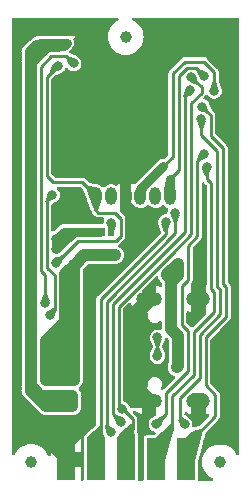
<source format=gbr>
%TF.GenerationSoftware,KiCad,Pcbnew,7.0.11-7.0.11~ubuntu22.04.1*%
%TF.CreationDate,2025-09-05T11:13:46+03:00*%
%TF.ProjectId,MOD-ESP32-C5_Rev_A,4d4f442d-4553-4503-9332-2d43355f5265,A*%
%TF.SameCoordinates,PX5a995c0PY9896800*%
%TF.FileFunction,Copper,L2,Bot*%
%TF.FilePolarity,Positive*%
%FSLAX46Y46*%
G04 Gerber Fmt 4.6, Leading zero omitted, Abs format (unit mm)*
G04 Created by KiCad (PCBNEW 7.0.11-7.0.11~ubuntu22.04.1) date 2025-09-05 11:13:46*
%MOMM*%
%LPD*%
G01*
G04 APERTURE LIST*
%TA.AperFunction,ComponentPad*%
%ADD10C,0.800000*%
%TD*%
%TA.AperFunction,ComponentPad*%
%ADD11C,1.800000*%
%TD*%
%TA.AperFunction,SMDPad,CuDef*%
%ADD12R,1.524000X3.556000*%
%TD*%
%TA.AperFunction,ComponentPad*%
%ADD13O,2.200000X1.200000*%
%TD*%
%TA.AperFunction,ComponentPad*%
%ADD14O,2.000000X1.300000*%
%TD*%
%TA.AperFunction,SMDPad,CuDef*%
%ADD15R,0.508000X0.762000*%
%TD*%
%TA.AperFunction,FiducialPad,Global*%
%ADD16C,1.000000*%
%TD*%
%TA.AperFunction,SMDPad,CuDef*%
%ADD17R,0.550000X0.500000*%
%TD*%
%TA.AperFunction,ComponentPad*%
%ADD18O,1.000000X1.500000*%
%TD*%
%TA.AperFunction,ViaPad*%
%ADD19C,0.800000*%
%TD*%
%TA.AperFunction,Conductor*%
%ADD20C,0.762000*%
%TD*%
%TA.AperFunction,Conductor*%
%ADD21C,1.016000*%
%TD*%
%TA.AperFunction,Conductor*%
%ADD22C,0.508000*%
%TD*%
%TA.AperFunction,Conductor*%
%ADD23C,1.270000*%
%TD*%
%TA.AperFunction,Conductor*%
%ADD24C,0.254000*%
%TD*%
%TA.AperFunction,Conductor*%
%ADD25C,0.250000*%
%TD*%
G04 APERTURE END LIST*
D10*
%TO.P,U1,29,EPAD*%
%TO.N,GND*%
X8750000Y30770000D03*
X8750000Y29070000D03*
X9980000Y32000000D03*
X9980000Y31200000D03*
X9980000Y28650000D03*
X9980000Y27850000D03*
D11*
X10830000Y29920000D03*
D10*
X11680000Y32000000D03*
X11680000Y31200000D03*
X11680000Y28650000D03*
X11680000Y27850000D03*
X12900000Y30770000D03*
X12900000Y29070000D03*
%TD*%
D12*
%TO.P,UEXT1,2,2*%
%TO.N,GND*%
X4920000Y2226000D03*
%TO.P,UEXT1,4,4*%
%TO.N,/GPIO5\u005CLP_UART_TXD\u005CU1TXD*%
X7460000Y2226000D03*
%TO.P,UEXT1,6,6*%
%TO.N,/GPIO2\u005CLP_I2C_SDA\u005CI2C_SDA*%
X10000000Y2226000D03*
%TO.P,UEXT1,8,8*%
%TO.N,/GPIO7\u005CSPI2_MOSI*%
X12540000Y2226000D03*
%TO.P,UEXT1,10,10*%
%TO.N,/GPIO0\u005CSPI2_CS*%
X15080000Y2226000D03*
%TD*%
D13*
%TO.P,USB-PGM1,0,SHELL*%
%TO.N,GND*%
X11970000Y15820000D03*
X11970000Y7180000D03*
D14*
X16150000Y15820000D03*
X16150000Y7180000D03*
%TD*%
D15*
%TO.P,3.3V_E1,1,1*%
%TO.N,Net-(3.3V_E1-Pad1)*%
X8750000Y21500000D03*
%TO.P,3.3V_E1,2,2*%
%TO.N,+3.3V*%
X7988000Y21500000D03*
%TD*%
D16*
%TO.P,FID5,Fid1,FID\u002A*%
%TO.N,unconnected-(FID5-FID\u002A-PadFid1)*%
X2000000Y2000000D03*
%TD*%
D17*
%TO.P,C1,1*%
%TO.N,GND*%
X5000000Y38508000D03*
%TO.P,C1,2*%
%TO.N,+3.3V*%
X5000000Y37492000D03*
%TD*%
D18*
%TO.P,ESP-PROG1,1*%
%TO.N,/GPIO11\u005CU0TXD*%
X13750000Y24500000D03*
%TO.P,ESP-PROG1,2*%
%TO.N,/GPIO28\u005CBOOT*%
X12500000Y24500000D03*
%TO.P,ESP-PROG1,3*%
%TO.N,/GPIO12\u005CU0RXD*%
X11250000Y24500000D03*
%TO.P,ESP-PROG1,4*%
%TO.N,GND*%
X10000000Y24500000D03*
%TO.P,ESP-PROG1,5*%
%TO.N,Net-(3.3V_E1-Pad1)*%
X8750000Y24500000D03*
%TO.P,ESP-PROG1,6*%
%TO.N,/ESP_EN*%
X7500000Y24500000D03*
%TD*%
D16*
%TO.P,FID6,Fid1,FID\u002A*%
%TO.N,unconnected-(FID6-FID\u002A-PadFid1)*%
X10000000Y38000000D03*
%TD*%
%TO.P,FID4,Fid1,FID\u002A*%
%TO.N,unconnected-(FID4-FID\u002A-PadFid1)*%
X18000000Y2000000D03*
%TD*%
D17*
%TO.P,C2,1*%
%TO.N,+3.3V*%
X3500000Y37492000D03*
%TO.P,C2,2*%
%TO.N,GND*%
X3500000Y38508000D03*
%TD*%
D19*
%TO.N,GND*%
X19089800Y17750000D03*
X19000000Y6500000D03*
X15250000Y39200000D03*
X1750000Y5850000D03*
X4250000Y29250000D03*
X19089800Y20750000D03*
X17000000Y3750000D03*
X7250000Y38000000D03*
X3000000Y39200000D03*
X900000Y4500000D03*
X6500000Y32250000D03*
X6500000Y30750000D03*
X7750000Y30750000D03*
X4750000Y39200000D03*
X5250000Y32250000D03*
X5750000Y23900000D03*
X13500000Y39200000D03*
X12500000Y38000000D03*
X1800000Y4500000D03*
X4250000Y30750000D03*
X17000000Y39200000D03*
X19000000Y10000000D03*
X5250000Y30750000D03*
X6500000Y36750000D03*
X19089800Y19250000D03*
X6500000Y27750000D03*
X11750000Y36750000D03*
X781000Y20800000D03*
X15350293Y37089482D03*
X16000000Y38000000D03*
X16250000Y19250000D03*
X10000000Y36050000D03*
X19000000Y8250000D03*
X6992000Y9600000D03*
X5250000Y29250000D03*
X8250000Y39200000D03*
X11750000Y39200000D03*
X6992000Y18200000D03*
X4750000Y23900000D03*
X6500000Y39200000D03*
X7750000Y29250000D03*
X19000000Y11750000D03*
X14250000Y38000000D03*
X13364792Y36878783D03*
X7250000Y36050000D03*
X7750000Y32250000D03*
X900000Y5850000D03*
X900000Y7250000D03*
X19000000Y3750000D03*
X17500000Y38350000D03*
X18750000Y39200000D03*
X6992000Y17300000D03*
X6992000Y14600000D03*
X800000Y39200000D03*
X11000000Y36050000D03*
X6400000Y23200000D03*
X16250000Y17750000D03*
X19000000Y5000000D03*
X7750000Y27750000D03*
X2500000Y38500000D03*
X8250000Y36750000D03*
X6992000Y15900000D03*
X7100000Y22600000D03*
X3700000Y4500000D03*
X12500000Y36050000D03*
X6500000Y29250000D03*
X6992000Y8400000D03*
X9000000Y36050000D03*
X781000Y19800000D03*
X19000000Y13500000D03*
%TO.N,Net-(3.3V_E1-Pad1)*%
X8800000Y22268200D03*
%TO.N,/GPIO11\u005CU0TXD*%
X16668200Y34650328D03*
%TO.N,/GPIO12\u005CU0RXD*%
X17500000Y33430000D03*
%TO.N,/GPIO27\u005CUSER_LED1*%
X3800000Y24600000D03*
X3559412Y14414342D03*
%TO.N,/ESP_EN*%
X4250000Y35531800D03*
X4117000Y18887824D03*
%TO.N,/USB_D+*%
X12700000Y10950000D03*
X12700000Y12550000D03*
%TO.N,+3.3V*%
X1950000Y15500000D03*
X5485580Y7584165D03*
X5500000Y6750000D03*
X4250000Y37240000D03*
X2500000Y37240000D03*
X1950000Y14500000D03*
X4117000Y20852000D03*
X4116000Y20000000D03*
%TO.N,/GPIO26\u005CUSER_LED2*%
X3206802Y15451545D03*
X5599990Y35750000D03*
%TO.N,/GPIO3\u005CLP_I2C_SCL\u005CI2C_SCL*%
X9600010Y5400000D03*
X15482920Y33482921D03*
%TO.N,/GPIO2\u005CLP_I2C_SDA\u005CI2C_SDA*%
X15565646Y34576539D03*
X9700000Y6500000D03*
%TO.N,/GPIO0\u005CSPI2_CS*%
X16444772Y32092085D03*
%TO.N,/GPIO1\u005CSPI2_CLK*%
X15000000Y5200000D03*
X16400000Y31000000D03*
%TO.N,/GPIO6\u005CSPI2_MISO*%
X16668200Y28104803D03*
X12600000Y5200000D03*
%TO.N,/GPIO7\u005CSPI2_MOSI*%
X16864200Y27000000D03*
%TO.N,/GPIO5\u005CLP_UART_TXD\u005CU1TXD*%
X13400000Y22300000D03*
%TO.N,/GPIO4\u005CLP_UART_RXD\u005CU1RXD*%
X8753776Y4499382D03*
X14200000Y23100000D03*
%TO.N,+5V_USB*%
X5600000Y9900000D03*
X4750000Y9900000D03*
X8187045Y19498755D03*
X4750000Y10900000D03*
X5600000Y8900000D03*
X14400000Y10900000D03*
X4750000Y8900000D03*
X3250000Y12250000D03*
X14400000Y12700000D03*
X14400000Y11800000D03*
X4750000Y12250000D03*
X4000000Y11750000D03*
X14400000Y18800000D03*
X9100000Y19498755D03*
X13500000Y17800000D03*
X14400000Y17800000D03*
X14335461Y10064539D03*
X5600000Y10900000D03*
%TD*%
D20*
%TO.N,GND*%
X15350293Y37089482D02*
X16700318Y37089482D01*
X12900000Y34900000D02*
X12900000Y34600000D01*
X10800000Y36100000D02*
X11750000Y36100000D01*
X13340378Y36750000D02*
X13653320Y37062942D01*
X19000000Y38950000D02*
X18750000Y39200000D01*
X10000000Y26170000D02*
X10000000Y29090000D01*
D21*
X11225000Y31655000D02*
X11680000Y31200000D01*
X5250000Y32250000D02*
X6050000Y33050000D01*
X11680000Y31200000D02*
X11680000Y30770000D01*
D20*
X2500000Y38500000D02*
X762000Y38500000D01*
D21*
X900000Y5100000D02*
X3100000Y5100000D01*
X12100000Y35200000D02*
X12100000Y29270000D01*
X7750000Y28400000D02*
X5100000Y28400000D01*
X950000Y7250000D02*
X2500000Y5700000D01*
D20*
X19089800Y34482174D02*
X19089800Y33800000D01*
D21*
X9550000Y30770000D02*
X8750000Y30770000D01*
D20*
X11975000Y38500000D02*
X11975000Y38975000D01*
X11975000Y37275000D02*
X11975000Y37600000D01*
X8150000Y37150000D02*
X9200000Y36100000D01*
X18160518Y37089482D02*
X19000000Y36250000D01*
D21*
X7250000Y34800000D02*
X7250000Y36050000D01*
D20*
X11750000Y39200000D02*
X18750000Y39200000D01*
X6500000Y37250000D02*
X7250000Y38000000D01*
X17089800Y36700000D02*
X15700000Y36700000D01*
D21*
X11900000Y29070000D02*
X4430000Y29070000D01*
D20*
X6947000Y37197000D02*
X8103000Y37197000D01*
X6500000Y36750000D02*
X6500000Y39200000D01*
X12400000Y36750000D02*
X13340378Y36750000D01*
D21*
X11680000Y27850000D02*
X10000000Y26170000D01*
D20*
X8250000Y39200000D02*
X8103000Y39053000D01*
X17500318Y37089482D02*
X19089800Y35500000D01*
D21*
X6992000Y8400000D02*
X6992000Y6400000D01*
X9050000Y34250000D02*
X9100000Y34200000D01*
D20*
X11600000Y36900000D02*
X11975000Y37275000D01*
D21*
X5750000Y27750000D02*
X5100000Y28400000D01*
D20*
X18000000Y4000000D02*
X19000000Y5000000D01*
D21*
X8500000Y34800000D02*
X8550000Y34750000D01*
X11680000Y30770000D02*
X10830000Y29920000D01*
D20*
X10000000Y24500000D02*
X10000000Y26170002D01*
X12500000Y38450000D02*
X12500000Y38250000D01*
X11985000Y38510000D02*
X11975000Y38500000D01*
D21*
X9980000Y28650000D02*
X9980000Y31000000D01*
D20*
X19000000Y13500000D02*
X19000000Y5750000D01*
D21*
X7250000Y36050000D02*
X6550000Y36750000D01*
X9680000Y31700000D02*
X4700000Y31700000D01*
D20*
X19000000Y36250000D02*
X19089800Y36160200D01*
X15323753Y37062942D02*
X15350293Y37089482D01*
D21*
X9980000Y33000000D02*
X9980000Y33500000D01*
X2350000Y5850000D02*
X2500000Y5700000D01*
D20*
X15700000Y36700000D02*
X16871974Y36700000D01*
D21*
X11680000Y27850000D02*
X12900000Y29070000D01*
X6700000Y33700000D02*
X7250000Y34250000D01*
X7250000Y36050000D02*
X8550000Y34750000D01*
X900000Y5850000D02*
X2350000Y5850000D01*
X9980000Y31000000D02*
X9980000Y32000000D01*
X12900000Y34600000D02*
X12900000Y35300000D01*
D22*
X10987653Y19757148D02*
X10987653Y23062347D01*
D21*
X9980000Y31200000D02*
X4700000Y31200000D01*
D20*
X2157210Y38508000D02*
X762000Y37112790D01*
X19089800Y34700000D02*
X19089800Y33800000D01*
D21*
X9585002Y26585000D02*
X10000000Y26170002D01*
X4250000Y27750000D02*
X4250000Y29250000D01*
D20*
X1770000Y38508000D02*
X762000Y37500000D01*
D21*
X8300000Y26585000D02*
X9585002Y26585000D01*
X4250000Y30750000D02*
X4250000Y31250000D01*
X4920000Y3280000D02*
X4920000Y2226000D01*
D20*
X15350293Y37089482D02*
X14689482Y37089482D01*
X15350293Y37089482D02*
X18160518Y37089482D01*
D22*
X10987653Y23062347D02*
X10000000Y24050000D01*
D21*
X8300000Y26585000D02*
X9585000Y26585000D01*
X7250000Y34250000D02*
X9050000Y34250000D01*
X10775000Y34325000D02*
X10830000Y34270000D01*
D20*
X17194900Y36594900D02*
X19089800Y34700000D01*
X762000Y39162000D02*
X800000Y39200000D01*
D21*
X6500000Y38045000D02*
X6037000Y38508000D01*
D20*
X11750000Y39200000D02*
X11897000Y39053000D01*
D21*
X4250000Y26585000D02*
X8300000Y26585000D01*
D20*
X6792000Y38508000D02*
X6500000Y38508000D01*
D23*
X11100000Y14950000D02*
X11970000Y15820000D01*
D20*
X16850000Y37600000D02*
X17500000Y38250000D01*
X11750000Y36100000D02*
X12400000Y36750000D01*
D21*
X6076000Y5484000D02*
X6546000Y5954000D01*
X6992000Y5492000D02*
X6500000Y5000000D01*
D20*
X17194900Y36594900D02*
X17089800Y36700000D01*
X11975000Y38975000D02*
X11750000Y39200000D01*
X17000000Y3750000D02*
X19000000Y5750000D01*
D21*
X9100000Y34200000D02*
X9980000Y33320000D01*
X3150000Y5050000D02*
X3700000Y4500000D01*
D20*
X762000Y7388000D02*
X762000Y36400000D01*
D21*
X7250000Y33700000D02*
X9810000Y33700000D01*
D20*
X18750000Y38510000D02*
X18490000Y38250000D01*
D21*
X10000000Y29090000D02*
X10830000Y29920000D01*
D20*
X3500000Y38508000D02*
X3000000Y38508000D01*
X18490000Y38250000D02*
X12500000Y38250000D01*
D21*
X12900000Y29070000D02*
X12900000Y30770000D01*
X900000Y7250000D02*
X950000Y7250000D01*
X10775000Y34325000D02*
X9980000Y33530000D01*
X6992000Y18200000D02*
X8200000Y18200000D01*
X6992000Y15900000D02*
X6992000Y8400000D01*
D20*
X6500000Y38508000D02*
X7558000Y38508000D01*
D23*
X11970000Y7180000D02*
X11100000Y8050000D01*
D21*
X4330000Y29920000D02*
X10830000Y29920000D01*
X4250000Y30000000D02*
X4250000Y29250000D01*
D20*
X18750000Y37678964D02*
X18750000Y39200000D01*
X17000000Y3750000D02*
X17147000Y3897000D01*
D21*
X9730000Y32250000D02*
X9980000Y32000000D01*
X6500000Y27750000D02*
X5750000Y27750000D01*
D20*
X762000Y37112790D02*
X762000Y36400000D01*
X18853000Y3897000D02*
X19000000Y3750000D01*
X19089800Y38860200D02*
X19000000Y38950000D01*
D21*
X9380000Y29250000D02*
X9980000Y28650000D01*
D20*
X13210000Y38510000D02*
X11985000Y38510000D01*
D21*
X9980000Y32000000D02*
X9980000Y33000000D01*
D20*
X11750000Y39200000D02*
X12500000Y38450000D01*
X14300000Y36700000D02*
X12900000Y35300000D01*
X17420000Y37180000D02*
X18750000Y38510000D01*
X15700000Y36700000D02*
X14700000Y36700000D01*
X13653320Y37062942D02*
X15323753Y37062942D01*
D21*
X13364792Y36878783D02*
X12536009Y36050000D01*
X11875000Y35425000D02*
X12100000Y35200000D01*
D20*
X15700000Y36700000D02*
X14300000Y36700000D01*
X7558000Y38508000D02*
X7558000Y37742000D01*
D21*
X4920000Y3420000D02*
X4920000Y2226000D01*
D20*
X16600000Y37089482D02*
X15350293Y37089482D01*
D21*
X9980000Y31200000D02*
X9550000Y30770000D01*
D20*
X11975000Y37600000D02*
X11975000Y38500000D01*
X16871974Y36700000D02*
X19089800Y34482174D01*
D21*
X10000000Y26170000D02*
X9585000Y26585000D01*
X9810000Y33700000D02*
X9980000Y33530000D01*
X4430000Y29070000D02*
X4250000Y29250000D01*
X9980000Y34320000D02*
X8200000Y36100000D01*
X7250000Y34250000D02*
X7250000Y33700000D01*
D20*
X7558000Y38508000D02*
X8250000Y39200000D01*
D21*
X9980000Y34330000D02*
X11750000Y36100000D01*
D22*
X8200000Y18200000D02*
X9430505Y18200000D01*
D20*
X17329482Y37089482D02*
X16600000Y37089482D01*
D21*
X4250000Y30750000D02*
X8730000Y30750000D01*
D20*
X6037000Y38508000D02*
X5800000Y38508000D01*
D21*
X10830000Y29920000D02*
X9980000Y30770000D01*
X3700000Y4500000D02*
X6000000Y4500000D01*
X9980000Y34980000D02*
X11750000Y36750000D01*
D20*
X762000Y37500000D02*
X762000Y38500000D01*
D21*
X3100000Y5100000D02*
X3150000Y5050000D01*
X10830000Y34270000D02*
X10830000Y29920000D01*
D22*
X9430505Y18200000D02*
X10987653Y19757148D01*
X19365000Y13865000D02*
X19365000Y17474800D01*
D21*
X11225000Y34775000D02*
X10775000Y34325000D01*
X6000000Y4500000D02*
X6500000Y5000000D01*
X2350000Y5850000D02*
X2716000Y5484000D01*
D20*
X6500000Y36750000D02*
X6700000Y36550000D01*
X6500000Y36750000D02*
X7150000Y36100000D01*
D21*
X8730000Y30750000D02*
X8750000Y30770000D01*
D20*
X18750000Y39200000D02*
X18750000Y38510000D01*
D21*
X1800000Y4500000D02*
X889000Y4500000D01*
D20*
X19089800Y35500000D02*
X19089800Y38860200D01*
X18000000Y3897000D02*
X18000000Y4000000D01*
D21*
X12536009Y36050000D02*
X12500000Y36050000D01*
D20*
X19089800Y35500000D02*
X19089800Y34700000D01*
D21*
X2716000Y5484000D02*
X6076000Y5484000D01*
X8350000Y28650000D02*
X7750000Y29250000D01*
X5250000Y32250000D02*
X9730000Y32250000D01*
D20*
X18000000Y3897000D02*
X18853000Y3897000D01*
X19089800Y33800000D02*
X19089800Y20750000D01*
D21*
X7750000Y27750000D02*
X6500000Y27750000D01*
D20*
X9200000Y36100000D02*
X10800000Y36100000D01*
D21*
X3700000Y4500000D02*
X4920000Y3280000D01*
X5100000Y28400000D02*
X4250000Y29250000D01*
D20*
X19089800Y20750000D02*
X19089800Y17750000D01*
D21*
X12900000Y29070000D02*
X11900000Y29070000D01*
X4700000Y31700000D02*
X5250000Y32250000D01*
X9980000Y30770000D02*
X9980000Y31000000D01*
X11225000Y34775000D02*
X11225000Y31655000D01*
X9980000Y33530000D02*
X9980000Y34320000D01*
X12900000Y35300000D02*
X12900000Y36413991D01*
X9980000Y32000000D02*
X9680000Y31700000D01*
D20*
X11897000Y39053000D02*
X11897000Y37197000D01*
D21*
X900000Y4500000D02*
X900000Y5100000D01*
X9930000Y33050000D02*
X9980000Y33000000D01*
X2646000Y4500000D02*
X4920000Y2226000D01*
D20*
X6700000Y36550000D02*
X6700000Y33700000D01*
X6500000Y36750000D02*
X6500000Y37250000D01*
D21*
X9980000Y33320000D02*
X9980000Y33000000D01*
X9035000Y27135000D02*
X8420000Y27750000D01*
X11875000Y35425000D02*
X11225000Y34775000D01*
D20*
X8200000Y36100000D02*
X9200000Y36100000D01*
X3000000Y38508000D02*
X2157210Y38508000D01*
D21*
X4250000Y30750000D02*
X4250000Y30000000D01*
X6500000Y36750000D02*
X6500000Y38045000D01*
X6992000Y17300000D02*
X6992000Y18200000D01*
X12900000Y30770000D02*
X12900000Y34600000D01*
D20*
X11897000Y37197000D02*
X17403000Y37197000D01*
X8103000Y37197000D02*
X8150000Y37150000D01*
D21*
X6500000Y5000000D02*
X4920000Y3420000D01*
X4250000Y27100000D02*
X9035000Y27100000D01*
D20*
X17403000Y37197000D02*
X17420000Y37180000D01*
D21*
X9980000Y33530000D02*
X9980000Y33500000D01*
D20*
X18160518Y37089482D02*
X18750000Y37678964D01*
D21*
X3100000Y5100000D02*
X5692000Y5100000D01*
X7750000Y28400000D02*
X7750000Y27750000D01*
D20*
X14100000Y37600000D02*
X16850000Y37600000D01*
D21*
X13364792Y36878783D02*
X14086009Y37600000D01*
X6546000Y5954000D02*
X6992000Y6400000D01*
D20*
X762000Y38500000D02*
X762000Y39162000D01*
D21*
X6992000Y6400000D02*
X6992000Y5492000D01*
X4250000Y27100000D02*
X4250000Y26585000D01*
X11680000Y28650000D02*
X8350000Y28650000D01*
D20*
X11897000Y37197000D02*
X11600000Y36900000D01*
X8103000Y39053000D02*
X8103000Y37197000D01*
X7150000Y36100000D02*
X8200000Y36100000D01*
D22*
X19365000Y17474800D02*
X19089800Y17750000D01*
D21*
X12500000Y36050000D02*
X11875000Y35425000D01*
D20*
X17147000Y3897000D02*
X18000000Y3897000D01*
X13210000Y38510000D02*
X18750000Y38510000D01*
X900000Y7250000D02*
X762000Y7388000D01*
D21*
X7250000Y34250000D02*
X7250000Y34800000D01*
D20*
X3500000Y38508000D02*
X5000000Y38508000D01*
D21*
X6992000Y16992000D02*
X6992000Y17300000D01*
X16000000Y38000000D02*
X14250000Y38000000D01*
X12100000Y29270000D02*
X11900000Y29070000D01*
X9980000Y35020000D02*
X8250000Y36750000D01*
D20*
X11750000Y36750000D02*
X12400000Y36750000D01*
X11975000Y37275000D02*
X13210000Y38510000D01*
D22*
X19000000Y13500000D02*
X19365000Y13865000D01*
D21*
X8420000Y27750000D02*
X7750000Y27750000D01*
X2500000Y5700000D02*
X3150000Y5050000D01*
X12500000Y36050000D02*
X11000000Y36050000D01*
D20*
X3000000Y38508000D02*
X1770000Y38508000D01*
X19000000Y5750000D02*
X19000000Y3750000D01*
D21*
X1800000Y4500000D02*
X2646000Y4500000D01*
D23*
X11100000Y8050000D02*
X11100000Y14950000D01*
D20*
X7558000Y37742000D02*
X6792000Y38508000D01*
D21*
X900000Y5100000D02*
X900000Y7250000D01*
X8200000Y18200000D02*
X6992000Y16992000D01*
D20*
X7558000Y37742000D02*
X8150000Y37150000D01*
X762000Y36400000D02*
X762000Y37500000D01*
D21*
X9585000Y26585000D02*
X9035000Y27135000D01*
D20*
X800000Y39200000D02*
X8250000Y39200000D01*
X11975000Y37600000D02*
X14100000Y37600000D01*
D22*
X10000000Y24050000D02*
X10000000Y24500000D01*
D20*
X10800000Y36100000D02*
X11600000Y36900000D01*
D21*
X6050000Y33050000D02*
X6700000Y33700000D01*
X7750000Y29250000D02*
X7750000Y28400000D01*
D20*
X19089800Y36160200D02*
X19089800Y35500000D01*
X6500000Y36750000D02*
X6947000Y37197000D01*
D21*
X4700000Y31200000D02*
X4250000Y30750000D01*
D20*
X8250000Y36750000D02*
X6500000Y36750000D01*
X17420000Y37180000D02*
X17329482Y37089482D01*
D21*
X6050000Y33050000D02*
X9930000Y33050000D01*
X4250000Y30000000D02*
X4330000Y29920000D01*
X8550000Y34750000D02*
X9100000Y34200000D01*
X1800000Y4500000D02*
X3700000Y4500000D01*
D20*
X16700318Y37089482D02*
X17194900Y36594900D01*
D21*
X4250000Y31250000D02*
X4700000Y31700000D01*
D20*
X14700000Y36700000D02*
X12900000Y34900000D01*
D21*
X7250000Y34800000D02*
X8500000Y34800000D01*
X4250000Y29250000D02*
X9380000Y29250000D01*
X6550000Y36750000D02*
X6500000Y36750000D01*
X9980000Y34320000D02*
X9980000Y34330000D01*
X7750000Y27750000D02*
X11580000Y27750000D01*
X9980000Y32000000D02*
X9980000Y35020000D01*
X14086009Y37600000D02*
X14100000Y37600000D01*
D20*
X10000000Y26170000D02*
X10000000Y26170002D01*
D21*
X9035000Y27100000D02*
X9035000Y27135000D01*
D20*
X5800000Y38508000D02*
X6500000Y38508000D01*
D21*
X6992000Y15900000D02*
X6992000Y17300000D01*
X11580000Y27750000D02*
X11680000Y27850000D01*
X12900000Y36413991D02*
X13364792Y36878783D01*
D20*
X19000000Y36250000D02*
X19000000Y38950000D01*
D21*
X6500000Y27750000D02*
X4250000Y27750000D01*
X9980000Y33500000D02*
X9980000Y34980000D01*
X4250000Y27750000D02*
X4250000Y27100000D01*
X5692000Y5100000D02*
X6546000Y5954000D01*
D20*
X5000000Y38508000D02*
X5800000Y38508000D01*
D21*
X7250000Y29750000D02*
X7750000Y29250000D01*
D20*
X14689482Y37089482D02*
X14300000Y36700000D01*
X16600000Y37089482D02*
X17500318Y37089482D01*
D21*
X7250000Y33700000D02*
X7250000Y29750000D01*
D22*
%TO.N,Net-(3.3V_E1-Pad1)*%
X8750000Y22218200D02*
X8800000Y22268200D01*
X8750000Y21500000D02*
X8750000Y22218200D01*
D24*
%TO.N,/GPIO11\u005CU0TXD*%
X15208764Y35396000D02*
X15922528Y35396000D01*
X14504000Y26754000D02*
X14504000Y34691236D01*
D20*
X13750000Y24500000D02*
X13750000Y26000000D01*
D24*
X14504000Y34691236D02*
X15208764Y35396000D01*
X13750000Y26000000D02*
X14504000Y26754000D01*
X15922528Y35396000D02*
X16668200Y34650328D01*
%TO.N,/GPIO12\u005CU0RXD*%
X15000000Y35900000D02*
X16600000Y35900000D01*
X14000000Y27849476D02*
X14000000Y34900000D01*
D20*
X11250000Y24500000D02*
X11250000Y25099476D01*
X11250000Y25099476D02*
X13200000Y27049476D01*
D24*
X17500000Y35000000D02*
X17500000Y33430000D01*
X16600000Y35900000D02*
X17500000Y35000000D01*
X13200000Y27049476D02*
X14000000Y27849476D01*
X14000000Y34900000D02*
X15000000Y35900000D01*
%TO.N,/GPIO27\u005CUSER_LED1*%
X4000000Y17800000D02*
X4000000Y14854930D01*
X3339000Y24139000D02*
X3339000Y18461000D01*
X3339000Y18461000D02*
X4000000Y17800000D01*
X4000000Y14854930D02*
X3559412Y14414342D01*
X3800000Y24600000D02*
X3339000Y24139000D01*
%TO.N,/ESP_EN*%
X9100000Y23100000D02*
X7700000Y23100000D01*
X5971176Y20742000D02*
X9200000Y20742000D01*
X4117000Y18887824D02*
X5971176Y20742000D01*
X9600000Y21142000D02*
X9600000Y22600000D01*
X7500000Y23300000D02*
X7500000Y24500000D01*
X7700000Y23100000D02*
X7500000Y23300000D01*
X3339000Y34620800D02*
X4250000Y35531800D01*
X9600000Y22600000D02*
X9100000Y23100000D01*
X9200000Y20742000D02*
X9600000Y21142000D01*
X3339000Y26244421D02*
X3339000Y34620800D01*
X3883421Y25700000D02*
X3339000Y26244421D01*
X6300000Y25700000D02*
X3883421Y25700000D01*
X7500000Y24500000D02*
X6300000Y25700000D01*
D25*
%TO.N,/USB_D+*%
X12700000Y10950000D02*
X12700000Y12550000D01*
D20*
%TO.N,+3.3V*%
X6100000Y21500000D02*
X7865000Y21500000D01*
X5319745Y7750000D02*
X5485580Y7584165D01*
X3100000Y7250000D02*
X2750000Y7250000D01*
X5000000Y37492000D02*
X3500000Y37492000D01*
X4965997Y21500000D02*
X4765000Y21500000D01*
X5000000Y7250000D02*
X3100000Y7250000D01*
X2250000Y7750000D02*
X2750000Y7250000D01*
X4116000Y20000000D02*
X4116000Y20851000D01*
D21*
X5500000Y7569745D02*
X5485580Y7584165D01*
D20*
X4765000Y21500000D02*
X4117000Y20852000D01*
D21*
X2250000Y7750000D02*
X3250000Y6750000D01*
X1950000Y35850000D02*
X1950000Y36690000D01*
D20*
X4965997Y21500000D02*
X6100000Y21500000D01*
D21*
X3250000Y6750000D02*
X5500000Y6750000D01*
D22*
X7988000Y21500000D02*
X4965997Y21500000D01*
D21*
X1950000Y8050000D02*
X2250000Y7750000D01*
D20*
X2752000Y37492000D02*
X2500000Y37240000D01*
D21*
X2500000Y37240000D02*
X3650000Y37240000D01*
X1950000Y36690000D02*
X2500000Y37240000D01*
D20*
X4116000Y20000000D02*
X5616000Y21500000D01*
X5000000Y37492000D02*
X2752000Y37492000D01*
D21*
X1950000Y15500000D02*
X1950000Y35850000D01*
X3650000Y37240000D02*
X4250000Y37240000D01*
X1950000Y35850000D02*
X3340000Y37240000D01*
X1950000Y15500000D02*
X1950000Y14500000D01*
X5500000Y6750000D02*
X5500000Y7569745D01*
X3340000Y37240000D02*
X3650000Y37240000D01*
X1950000Y14500000D02*
X1950000Y9650000D01*
D20*
X4116000Y20851000D02*
X4117000Y20852000D01*
X3500000Y37492000D02*
X3248000Y37240000D01*
D21*
X1950000Y9650000D02*
X1950000Y8050000D01*
D20*
X2750000Y7250000D02*
X3250000Y6750000D01*
X4748000Y37240000D02*
X4250000Y37240000D01*
X2250000Y7750000D02*
X5319745Y7750000D01*
X5616000Y21500000D02*
X6100000Y21500000D01*
X5500000Y6750000D02*
X5000000Y7250000D01*
X3248000Y37240000D02*
X2500000Y37240000D01*
D21*
X1950000Y8400000D02*
X3100000Y7250000D01*
X1950000Y9650000D02*
X1950000Y8400000D01*
D20*
X5000000Y37492000D02*
X4748000Y37240000D01*
D24*
%TO.N,/GPIO26\u005CUSER_LED2*%
X3206802Y15451545D02*
X3206802Y17793198D01*
X4994990Y36355000D02*
X5599990Y35750000D01*
X2835000Y18165000D02*
X2835000Y35464071D01*
X2835000Y35464071D02*
X3725929Y36355000D01*
X3725929Y36355000D02*
X4994990Y36355000D01*
X3206802Y17793198D02*
X2835000Y18165000D01*
%TO.N,/GPIO3\u005CLP_I2C_SCL\u005CI2C_SCL*%
X15008000Y21459599D02*
X15008000Y33008001D01*
X15008000Y33008001D02*
X15482920Y33482921D01*
X8896000Y15347599D02*
X15008000Y21459599D01*
X8896000Y6104010D02*
X8896000Y15347599D01*
X9600010Y5400000D02*
X8896000Y6104010D01*
%TO.N,/GPIO2\u005CLP_I2C_SDA\u005CI2C_SDA*%
X16434926Y33707259D02*
X15565646Y34576539D01*
X16434926Y33258583D02*
X16434926Y33707259D01*
X15541998Y21280833D02*
X15541998Y32365655D01*
D21*
X10000000Y2226000D02*
X10000000Y4200000D01*
D24*
X15541998Y32365655D02*
X16434926Y33258583D01*
X9400000Y6800000D02*
X9400000Y15131687D01*
X9400000Y15131687D02*
X13900000Y19631687D01*
X13900000Y19638835D02*
X15541998Y21280833D01*
X10600000Y5600000D02*
X9400000Y6800000D01*
X13900000Y19631687D02*
X13900000Y19638835D01*
X10600000Y4800000D02*
X10600000Y5600000D01*
X10000000Y4200000D02*
X10600000Y4800000D01*
%TO.N,/GPIO0\u005CSPI2_CS*%
X18535000Y14300000D02*
X16800000Y12565000D01*
X18258000Y17077000D02*
X18535000Y16800000D01*
X16800000Y8500000D02*
X17600000Y7700000D01*
X17200000Y29612764D02*
X18258000Y28554764D01*
D21*
X15080000Y2226000D02*
X15080000Y3380000D01*
X15080000Y3380000D02*
X15850000Y4150000D01*
D24*
X16444772Y32092085D02*
X17200000Y31336857D01*
X17200000Y31336857D02*
X17200000Y29612764D01*
X17600000Y5900000D02*
X15850000Y4150000D01*
X18535000Y16800000D02*
X18535000Y14300000D01*
X16800000Y12565000D02*
X16800000Y8500000D01*
X17600000Y7700000D02*
X17600000Y5900000D01*
X18258000Y28554764D02*
X18258000Y17077000D01*
%TO.N,/GPIO1\u005CSPI2_CLK*%
X14600000Y5600000D02*
X14600000Y7432397D01*
X18031000Y14508764D02*
X18031000Y16591236D01*
X16296000Y9128397D02*
X16296000Y12773764D01*
X17754000Y28346000D02*
X16400000Y29700000D01*
X18031000Y16591236D02*
X17754000Y16868236D01*
X15000000Y5200000D02*
X14600000Y5600000D01*
X16400000Y29700000D02*
X16400000Y31000000D01*
X16296000Y12773764D02*
X18031000Y14508764D01*
X14600000Y7432397D02*
X16296000Y9128397D01*
X17754000Y16868236D02*
X17754000Y28346000D01*
%TO.N,/GPIO6\u005CSPI2_MISO*%
X12600000Y5200000D02*
X13447000Y6047000D01*
X16073929Y21100000D02*
X16073929Y27510532D01*
X16073929Y27510532D02*
X16668200Y28104803D01*
X14773000Y16873000D02*
X15300000Y17400000D01*
X14773000Y13627000D02*
X14773000Y16873000D01*
X15288000Y13112000D02*
X14773000Y13627000D01*
X13447000Y6047000D02*
X13447000Y7847000D01*
X15300000Y17400000D02*
X15300000Y20326071D01*
X15300000Y20326071D02*
X16073929Y21100000D01*
X15288000Y9688000D02*
X15288000Y13112000D01*
X13447000Y7847000D02*
X15288000Y9688000D01*
%TO.N,/GPIO7\u005CSPI2_MOSI*%
X17250000Y16659472D02*
X17527000Y16382472D01*
X16864200Y27000000D02*
X16864200Y26000000D01*
X17527000Y16382472D02*
X17527000Y14717528D01*
X13951000Y7551000D02*
X13951000Y4701000D01*
X17250000Y25614200D02*
X17250000Y16659472D01*
D21*
X12540000Y2226000D02*
X12540000Y3290000D01*
D24*
X16864200Y26000000D02*
X17250000Y25614200D01*
X17527000Y14717528D02*
X15792000Y12982528D01*
D21*
X12540000Y3290000D02*
X13375000Y4125000D01*
D24*
X13951000Y4701000D02*
X13375000Y4125000D01*
X15792000Y12982528D02*
X15792000Y9392000D01*
X15792000Y9392000D02*
X13951000Y7551000D01*
%TO.N,/GPIO5\u005CLP_UART_TXD\u005CU1TXD*%
X7460000Y4100000D02*
X7888000Y4528000D01*
X13400000Y21277127D02*
X13400000Y22300000D01*
D21*
X7460000Y2226000D02*
X7460000Y4100000D01*
D24*
X7888000Y4528000D02*
X7888000Y15765127D01*
X7888000Y15765127D02*
X13400000Y21277127D01*
%TO.N,/GPIO4\u005CLP_UART_RXD\u005CU1RXD*%
X14200000Y21364363D02*
X14200000Y23100000D01*
X8392000Y15556363D02*
X14200000Y21364363D01*
X8753776Y4499382D02*
X8392000Y4861158D01*
X8392000Y4861158D02*
X8392000Y15556363D01*
D21*
%TO.N,+5V_USB*%
X4450000Y9900000D02*
X3250000Y11100000D01*
X13828000Y17228000D02*
X13828000Y17000000D01*
X4900000Y17939210D02*
X5680395Y18719605D01*
X14400000Y12700000D02*
X13828000Y13272000D01*
X4750000Y8900000D02*
X4750000Y10900000D01*
X14400000Y17800000D02*
X14400000Y18800000D01*
X4750000Y10900000D02*
X4750000Y13750000D01*
X5600000Y8900000D02*
X4750000Y8900000D01*
X5600000Y8900000D02*
X4250000Y8900000D01*
X14400000Y12700000D02*
X14400000Y10129078D01*
X5600000Y9900000D02*
X4450000Y9900000D01*
X4250000Y8900000D02*
X3250000Y9900000D01*
X3250000Y12250000D02*
X4750000Y13750000D01*
X3250000Y9900000D02*
X3250000Y11100000D01*
X4900000Y13900000D02*
X4900000Y17939210D01*
X14400000Y17800000D02*
X13828000Y17228000D01*
X5600000Y10900000D02*
X5600000Y8900000D01*
X5600000Y18639210D02*
X5680395Y18719605D01*
X14400000Y10129078D02*
X14335461Y10064539D01*
X4750000Y8900000D02*
X3250000Y8900000D01*
X13828000Y17472000D02*
X13500000Y17800000D01*
X14400000Y18800000D02*
X13500000Y17900000D01*
X3250000Y12250000D02*
X3750000Y11750000D01*
X6459545Y19498755D02*
X5680395Y18719605D01*
X5600000Y10900000D02*
X5600000Y18639210D01*
X13500000Y17800000D02*
X14400000Y17800000D01*
X3250000Y8900000D02*
X3250000Y9900000D01*
X8187045Y19498755D02*
X9100000Y19498755D01*
X13500000Y17900000D02*
X13500000Y17800000D01*
X3250000Y12250000D02*
X4750000Y12250000D01*
X4600000Y10900000D02*
X5600000Y10900000D01*
X8187045Y19498755D02*
X6459545Y19498755D01*
X4750000Y13750000D02*
X4900000Y13900000D01*
X13828000Y17000000D02*
X13828000Y17472000D01*
X13828000Y13272000D02*
X13828000Y17000000D01*
X3750000Y11750000D02*
X4600000Y10900000D01*
X3250000Y12250000D02*
X3250000Y11100000D01*
%TD*%
%TA.AperFunction,Conductor*%
%TO.N,GND*%
G36*
X6157655Y25298815D02*
G01*
X6178297Y25282181D01*
X6362018Y25098460D01*
X6388274Y25059712D01*
X6735442Y24251308D01*
X6745294Y24209599D01*
X6745500Y24206065D01*
X6745500Y24206059D01*
X6754585Y24128332D01*
X6760840Y24074816D01*
X6760842Y24074809D01*
X6797416Y23974320D01*
X6801466Y23960867D01*
X6805893Y23942431D01*
X6805895Y23942427D01*
X6818612Y23914842D01*
X6820176Y23911044D01*
X6821575Y23908256D01*
X6823347Y23904574D01*
X7112470Y23277494D01*
X7122910Y23240916D01*
X7129302Y23189644D01*
X7131580Y23181991D01*
X7134183Y23174410D01*
X7159510Y23127611D01*
X7161843Y23123079D01*
X7185224Y23075254D01*
X7185225Y23075253D01*
X7185226Y23075251D01*
X7189875Y23068739D01*
X7194776Y23062442D01*
X7233928Y23026400D01*
X7237627Y23022851D01*
X7393168Y22867309D01*
X7409291Y22847456D01*
X7415440Y22838044D01*
X7440918Y22818215D01*
X7452429Y22808048D01*
X7452592Y22807885D01*
X7469811Y22795592D01*
X7473904Y22792541D01*
X7515915Y22759842D01*
X7515919Y22759841D01*
X7522950Y22756036D01*
X7530128Y22752527D01*
X7530131Y22752525D01*
X7581133Y22737341D01*
X7585984Y22735788D01*
X7636339Y22718500D01*
X7636342Y22718500D01*
X7644223Y22717185D01*
X7652158Y22716196D01*
X7652159Y22716195D01*
X7652159Y22716196D01*
X7652160Y22716195D01*
X7705322Y22718394D01*
X7710447Y22718500D01*
X8091144Y22718500D01*
X8158183Y22698815D01*
X8203938Y22646011D01*
X8213882Y22576853D01*
X8207087Y22550533D01*
X8191468Y22509351D01*
X8159850Y22425982D01*
X8140693Y22268201D01*
X8140693Y22260700D01*
X8137644Y22260700D01*
X8128488Y22205550D01*
X8081596Y22153753D01*
X8016839Y22135500D01*
X5699851Y22135500D01*
X5684076Y22137242D01*
X5684051Y22136974D01*
X5676283Y22137709D01*
X5607970Y22135561D01*
X5604075Y22135500D01*
X4848851Y22135500D01*
X4833076Y22137242D01*
X4833051Y22136974D01*
X4825283Y22137709D01*
X4756970Y22135561D01*
X4753075Y22135500D01*
X4725015Y22135500D01*
X4720871Y22134977D01*
X4709243Y22134062D01*
X4664796Y22132665D01*
X4645098Y22126942D01*
X4626051Y22122998D01*
X4605701Y22120427D01*
X4605698Y22120427D01*
X4605698Y22120426D01*
X4564345Y22104054D01*
X4553297Y22100272D01*
X4510609Y22087870D01*
X4492950Y22077427D01*
X4475483Y22068871D01*
X4456415Y22061322D01*
X4456411Y22061319D01*
X4420434Y22035182D01*
X4410679Y22028774D01*
X4372400Y22006135D01*
X4357898Y21991632D01*
X4343108Y21979000D01*
X4326515Y21966945D01*
X4326512Y21966942D01*
X4298163Y21932675D01*
X4290303Y21924038D01*
X3932181Y21565915D01*
X3870858Y21532430D01*
X3801167Y21537414D01*
X3745233Y21579285D01*
X3720816Y21644750D01*
X3720500Y21653596D01*
X3720500Y23749710D01*
X3740185Y23816749D01*
X3789785Y23860986D01*
X4057741Y23992741D01*
X4065706Y23998636D01*
X4081835Y24008753D01*
X4174529Y24057401D01*
X4293498Y24162799D01*
X4383787Y24293605D01*
X4440149Y24442218D01*
X4459307Y24600000D01*
X4444063Y24725543D01*
X4440149Y24757782D01*
X4426436Y24793940D01*
X4383787Y24906395D01*
X4293498Y25037201D01*
X4220710Y25101686D01*
X4183585Y25160875D01*
X4184353Y25230740D01*
X4222771Y25289100D01*
X4286642Y25317424D01*
X4302939Y25318500D01*
X6090616Y25318500D01*
X6157655Y25298815D01*
G37*
%TD.AperFunction*%
%TA.AperFunction,Conductor*%
G36*
X9388249Y39598815D02*
G01*
X9434004Y39546011D01*
X9443948Y39476853D01*
X9414923Y39413297D01*
X9368663Y39379939D01*
X9309399Y39355392D01*
X9105867Y39230668D01*
X8924357Y39075643D01*
X8769332Y38894133D01*
X8644608Y38690601D01*
X8553261Y38470069D01*
X8497538Y38237964D01*
X8478811Y38000000D01*
X8497538Y37762037D01*
X8553261Y37529932D01*
X8644608Y37309400D01*
X8644610Y37309396D01*
X8644611Y37309395D01*
X8769332Y37105868D01*
X8924357Y36924357D01*
X9105868Y36769332D01*
X9309395Y36644611D01*
X9309397Y36644611D01*
X9309399Y36644609D01*
X9337513Y36632964D01*
X9529927Y36553263D01*
X9762034Y36497539D01*
X10000000Y36478811D01*
X10237966Y36497539D01*
X10470073Y36553263D01*
X10690605Y36644611D01*
X10894132Y36769332D01*
X11075643Y36924357D01*
X11230668Y37105868D01*
X11355389Y37309395D01*
X11446737Y37529927D01*
X11502461Y37762034D01*
X11521189Y38000000D01*
X11502461Y38237966D01*
X11446737Y38470073D01*
X11355389Y38690605D01*
X11230668Y38894132D01*
X11075643Y39075643D01*
X10894132Y39230668D01*
X10690605Y39355389D01*
X10690604Y39355390D01*
X10690600Y39355392D01*
X10631337Y39379939D01*
X10576934Y39423780D01*
X10554869Y39490074D01*
X10572148Y39557774D01*
X10623285Y39605384D01*
X10678790Y39618500D01*
X19494500Y39618500D01*
X19561539Y39598815D01*
X19607294Y39546011D01*
X19618500Y39494500D01*
X19618500Y2678790D01*
X19598815Y2611751D01*
X19546011Y2565996D01*
X19476853Y2556052D01*
X19413297Y2585077D01*
X19379939Y2631337D01*
X19355391Y2690601D01*
X19256246Y2852391D01*
X19230668Y2894132D01*
X19075643Y3075643D01*
X18894132Y3230668D01*
X18690605Y3355389D01*
X18690604Y3355390D01*
X18690600Y3355392D01*
X18470068Y3446739D01*
X18237962Y3502462D01*
X18237963Y3502462D01*
X18000000Y3521189D01*
X17762036Y3502462D01*
X17529931Y3446739D01*
X17309399Y3355392D01*
X17105867Y3230668D01*
X16924357Y3075643D01*
X16769332Y2894133D01*
X16644608Y2690601D01*
X16553261Y2470069D01*
X16497538Y2237964D01*
X16478811Y2000000D01*
X16497538Y1762037D01*
X16553261Y1529932D01*
X16644608Y1309400D01*
X16644610Y1309396D01*
X16644611Y1309395D01*
X16769332Y1105868D01*
X16924357Y924357D01*
X17105868Y769332D01*
X17309395Y644611D01*
X17309397Y644611D01*
X17309399Y644609D01*
X17368663Y620061D01*
X17423066Y576220D01*
X17445131Y509926D01*
X17427852Y442226D01*
X17376715Y394616D01*
X17321210Y381500D01*
X16216500Y381500D01*
X16149461Y401185D01*
X16103706Y453989D01*
X16092500Y505500D01*
X16092500Y1962005D01*
X16096765Y1994246D01*
X16774826Y4511925D01*
X16806877Y4567356D01*
X17832693Y5593172D01*
X17852542Y5609291D01*
X17861956Y5615440D01*
X17881785Y5640918D01*
X17891964Y5652442D01*
X17892114Y5652591D01*
X17904421Y5669832D01*
X17907446Y5673890D01*
X17940158Y5715915D01*
X17940159Y5715919D01*
X17943946Y5722917D01*
X17947476Y5730134D01*
X17949160Y5735793D01*
X17962665Y5781155D01*
X17964219Y5786004D01*
X17981500Y5836339D01*
X17981500Y5836340D01*
X17982815Y5844220D01*
X17983805Y5852161D01*
X17981606Y5905323D01*
X17981500Y5910448D01*
X17981500Y7647572D01*
X17984139Y7673017D01*
X17984810Y7676220D01*
X17986445Y7684016D01*
X17982452Y7716050D01*
X17981500Y7731388D01*
X17981500Y7731609D01*
X17981499Y7731618D01*
X17978018Y7752470D01*
X17977280Y7757528D01*
X17970696Y7810360D01*
X17968416Y7818016D01*
X17965818Y7825583D01*
X17965818Y7825586D01*
X17958496Y7839116D01*
X17940488Y7872393D01*
X17938143Y7876949D01*
X17914775Y7924748D01*
X17910131Y7931253D01*
X17905217Y7937566D01*
X17866056Y7973616D01*
X17862357Y7977165D01*
X17217819Y8621704D01*
X17184334Y8683027D01*
X17181500Y8709385D01*
X17181500Y12355616D01*
X17201185Y12422655D01*
X17217819Y12443297D01*
X17979022Y13204500D01*
X18767693Y13993172D01*
X18787542Y14009291D01*
X18796956Y14015440D01*
X18816785Y14040918D01*
X18826964Y14052442D01*
X18827114Y14052591D01*
X18839421Y14069832D01*
X18842446Y14073890D01*
X18875158Y14115915D01*
X18875159Y14115919D01*
X18878946Y14122917D01*
X18882476Y14130134D01*
X18894069Y14169076D01*
X18897665Y14181155D01*
X18899219Y14186004D01*
X18901327Y14192144D01*
X18916500Y14236339D01*
X18916500Y14236340D01*
X18917814Y14244217D01*
X18918805Y14252162D01*
X18916606Y14305333D01*
X18916500Y14310457D01*
X18916500Y16747573D01*
X18919139Y16773018D01*
X18919810Y16776221D01*
X18921445Y16784017D01*
X18917452Y16816051D01*
X18916500Y16831389D01*
X18916500Y16831607D01*
X18916500Y16831611D01*
X18913018Y16852478D01*
X18912278Y16857553D01*
X18908489Y16887953D01*
X18905696Y16910360D01*
X18905695Y16910363D01*
X18903419Y16918006D01*
X18900817Y16925588D01*
X18875488Y16972391D01*
X18873154Y16976923D01*
X18849776Y17024746D01*
X18849773Y17024749D01*
X18845125Y17031260D01*
X18840222Y17037558D01*
X18840220Y17037562D01*
X18801058Y17073614D01*
X18797361Y17077162D01*
X18675819Y17198704D01*
X18642334Y17260027D01*
X18639500Y17286385D01*
X18639500Y28502337D01*
X18642139Y28527782D01*
X18642810Y28530985D01*
X18644445Y28538781D01*
X18640452Y28570815D01*
X18639500Y28586153D01*
X18639500Y28586371D01*
X18639500Y28586375D01*
X18636018Y28607242D01*
X18635278Y28612317D01*
X18628696Y28665124D01*
X18628695Y28665127D01*
X18626419Y28672770D01*
X18623818Y28680347D01*
X18623818Y28680350D01*
X18623816Y28680354D01*
X18598488Y28727157D01*
X18596143Y28731713D01*
X18572775Y28779512D01*
X18568131Y28786017D01*
X18563217Y28792330D01*
X18524056Y28828380D01*
X18520357Y28831929D01*
X17617819Y29734468D01*
X17584334Y29795791D01*
X17581500Y29822149D01*
X17581500Y31284429D01*
X17584139Y31309874D01*
X17584810Y31313077D01*
X17586445Y31320873D01*
X17582452Y31352907D01*
X17581500Y31368245D01*
X17581500Y31368466D01*
X17581499Y31368475D01*
X17578018Y31389327D01*
X17577280Y31394385D01*
X17570696Y31447217D01*
X17568418Y31454865D01*
X17565818Y31462438D01*
X17565818Y31462443D01*
X17540498Y31509231D01*
X17538153Y31513786D01*
X17524067Y31542599D01*
X17514777Y31561603D01*
X17514774Y31561606D01*
X17514774Y31561607D01*
X17510151Y31568083D01*
X17505218Y31574421D01*
X17466067Y31610462D01*
X17462369Y31614011D01*
X17338812Y31737568D01*
X17313611Y31773931D01*
X17055228Y32342281D01*
X17055226Y32342285D01*
X17052667Y32345915D01*
X17038075Y32373388D01*
X17028559Y32398479D01*
X17028559Y32398480D01*
X16938270Y32529286D01*
X16938267Y32529289D01*
X16938265Y32529291D01*
X16819302Y32634684D01*
X16678560Y32708551D01*
X16673610Y32710428D01*
X16617911Y32752611D01*
X16593860Y32818211D01*
X16609094Y32886400D01*
X16629907Y32914043D01*
X16667619Y32951755D01*
X16687468Y32967874D01*
X16696882Y32974023D01*
X16716711Y32999501D01*
X16726890Y33011025D01*
X16727040Y33011174D01*
X16739364Y33028438D01*
X16742375Y33032475D01*
X16763995Y33060252D01*
X16820702Y33101062D01*
X16890476Y33104735D01*
X16951159Y33070104D01*
X16963894Y33054528D01*
X17006502Y32992799D01*
X17006504Y32992797D01*
X17006506Y32992795D01*
X17125469Y32887402D01*
X17125471Y32887401D01*
X17266207Y32813537D01*
X17343368Y32794519D01*
X17420528Y32775500D01*
X17420529Y32775500D01*
X17579472Y32775500D01*
X17630911Y32788179D01*
X17733793Y32813537D01*
X17874529Y32887401D01*
X17993498Y32992799D01*
X18083787Y33123605D01*
X18140149Y33272218D01*
X18159307Y33430000D01*
X18140149Y33587782D01*
X18116937Y33648985D01*
X18110512Y33672907D01*
X18108574Y33684738D01*
X18091249Y33730946D01*
X17889392Y34269335D01*
X17881500Y34312867D01*
X17881500Y34947573D01*
X17884139Y34973018D01*
X17884810Y34976221D01*
X17886445Y34984017D01*
X17882452Y35016051D01*
X17881500Y35031389D01*
X17881500Y35031607D01*
X17881500Y35031611D01*
X17878018Y35052478D01*
X17877278Y35057553D01*
X17875743Y35069870D01*
X17870696Y35110360D01*
X17870695Y35110363D01*
X17868419Y35118006D01*
X17865818Y35125583D01*
X17865818Y35125586D01*
X17865550Y35126082D01*
X17840488Y35172393D01*
X17838143Y35176949D01*
X17814775Y35224748D01*
X17810131Y35231253D01*
X17805217Y35237566D01*
X17766056Y35273616D01*
X17762357Y35277165D01*
X16906833Y36132690D01*
X16890705Y36152550D01*
X16884560Y36161956D01*
X16859083Y36181785D01*
X16847565Y36191958D01*
X16847409Y36192114D01*
X16830147Y36204439D01*
X16826102Y36207456D01*
X16784085Y36240158D01*
X16784084Y36240159D01*
X16784082Y36240160D01*
X16777070Y36243955D01*
X16769868Y36247476D01*
X16718862Y36262661D01*
X16713981Y36264225D01*
X16663660Y36281501D01*
X16655779Y36282816D01*
X16647839Y36283806D01*
X16594678Y36281606D01*
X16589553Y36281500D01*
X15052428Y36281500D01*
X15026983Y36284139D01*
X15015985Y36286445D01*
X15015982Y36286445D01*
X14983950Y36282452D01*
X14968612Y36281500D01*
X14968385Y36281500D01*
X14947521Y36278019D01*
X14942455Y36277281D01*
X14889642Y36270697D01*
X14882002Y36268424D01*
X14874410Y36265817D01*
X14827627Y36240500D01*
X14823075Y36238157D01*
X14775255Y36214778D01*
X14768753Y36210137D01*
X14762439Y36205222D01*
X14726395Y36166069D01*
X14722848Y36162373D01*
X13767309Y35206834D01*
X13747454Y35190709D01*
X13738045Y35184562D01*
X13738041Y35184558D01*
X13718212Y35159083D01*
X13708066Y35147591D01*
X13707899Y35147425D01*
X13707884Y35147407D01*
X13695583Y35130180D01*
X13692527Y35126082D01*
X13659843Y35084088D01*
X13656035Y35077053D01*
X13652524Y35069869D01*
X13637334Y35018849D01*
X13635771Y35013970D01*
X13618499Y34963662D01*
X13617185Y34955786D01*
X13616194Y34947838D01*
X13618394Y34894679D01*
X13618500Y34889554D01*
X13618500Y28058862D01*
X13598815Y27991823D01*
X13582181Y27971181D01*
X13334129Y27723130D01*
X13272806Y27689645D01*
X13250344Y27686872D01*
X13099794Y27682141D01*
X13099793Y27682140D01*
X12945611Y27637346D01*
X12945604Y27637343D01*
X12807407Y27555615D01*
X12807395Y27555606D01*
X10859921Y25608132D01*
X10847531Y25598204D01*
X10847702Y25597997D01*
X10841694Y25593028D01*
X10799220Y25547798D01*
X10738978Y25512404D01*
X10669164Y25515198D01*
X10630164Y25536830D01*
X10562727Y25592174D01*
X10500000Y25625703D01*
X10500000Y24871670D01*
X10496659Y24843078D01*
X10495500Y24838188D01*
X10495500Y24206061D01*
X10499162Y24174727D01*
X10500000Y24160334D01*
X10500000Y23374299D01*
X10562721Y23407823D01*
X10562723Y23407825D01*
X10716211Y23533787D01*
X10734760Y23556390D01*
X10792504Y23595726D01*
X10862349Y23597599D01*
X10892613Y23585117D01*
X10949124Y23552490D01*
X11118091Y23501905D01*
X11294169Y23491649D01*
X11467866Y23522277D01*
X11629818Y23592136D01*
X11771294Y23697461D01*
X11781762Y23709938D01*
X11839931Y23748641D01*
X11909792Y23749752D01*
X11961844Y23720430D01*
X12046377Y23640678D01*
X12199124Y23552490D01*
X12368091Y23501905D01*
X12544169Y23491649D01*
X12717866Y23522277D01*
X12879818Y23592136D01*
X13021294Y23697461D01*
X13031762Y23709938D01*
X13089931Y23748641D01*
X13159792Y23749752D01*
X13211844Y23720430D01*
X13296377Y23640678D01*
X13372797Y23596557D01*
X13449120Y23552492D01*
X13449124Y23552490D01*
X13521317Y23530877D01*
X13579894Y23492793D01*
X13608582Y23429085D01*
X13601695Y23368116D01*
X13559851Y23257783D01*
X13540693Y23100002D01*
X13541489Y23093448D01*
X13530029Y23024525D01*
X13483126Y22972738D01*
X13418393Y22954500D01*
X13320528Y22954500D01*
X13166208Y22916464D01*
X13025469Y22842599D01*
X12906506Y22737206D01*
X12906500Y22737199D01*
X12816214Y22606398D01*
X12759850Y22457782D01*
X12740693Y22300001D01*
X12740693Y22300000D01*
X12759851Y22142218D01*
X12783059Y22081023D01*
X12789485Y22057103D01*
X12791424Y22045268D01*
X12791425Y22045264D01*
X12938273Y21653596D01*
X12991689Y21511126D01*
X12996792Y21441443D01*
X12963412Y21380063D01*
X12963262Y21379913D01*
X7655309Y16071961D01*
X7635454Y16055836D01*
X7626045Y16049689D01*
X7626041Y16049685D01*
X7606212Y16024210D01*
X7596066Y16012718D01*
X7595899Y16012552D01*
X7595884Y16012534D01*
X7583583Y15995307D01*
X7580527Y15991209D01*
X7547843Y15949215D01*
X7544035Y15942180D01*
X7540524Y15934996D01*
X7525334Y15883976D01*
X7523771Y15879097D01*
X7506499Y15828789D01*
X7505185Y15820913D01*
X7504194Y15812965D01*
X7506394Y15759806D01*
X7506500Y15754681D01*
X7506500Y5224851D01*
X7486815Y5157812D01*
X7470181Y5137170D01*
X7135778Y4802768D01*
X7122493Y4791246D01*
X7114123Y4784969D01*
X7088846Y4770315D01*
X7076154Y4764840D01*
X6933181Y4658401D01*
X6933177Y4658398D01*
X6852370Y4562096D01*
X6850060Y4559421D01*
X6510982Y4177958D01*
X6510962Y4177933D01*
X6484159Y4141935D01*
X6484158Y4141933D01*
X6482048Y4138518D01*
X6471392Y4117398D01*
X6463795Y4104378D01*
X6462036Y4101747D01*
X6462033Y4101738D01*
X6447499Y4028677D01*
X6446903Y4022614D01*
X6446548Y4022649D01*
X6445388Y4010131D01*
X6443334Y3999145D01*
X6443429Y3990886D01*
X6443432Y3990215D01*
X6443437Y3990171D01*
X6444829Y3983575D01*
X6447500Y3957975D01*
X6447500Y505500D01*
X6427815Y438461D01*
X6375011Y392706D01*
X6323500Y381500D01*
X6314000Y381500D01*
X6246961Y401185D01*
X6201206Y453989D01*
X6190000Y505500D01*
X6190000Y1591000D01*
X4409000Y1591000D01*
X4341961Y1610685D01*
X4296206Y1663489D01*
X4285000Y1715000D01*
X4285000Y4512000D01*
X5555000Y4512000D01*
X5555000Y2861000D01*
X6190000Y2861000D01*
X6190000Y4052580D01*
X6189999Y4052582D01*
X6183493Y4113098D01*
X6132446Y4249962D01*
X6044903Y4366904D01*
X5927961Y4454446D01*
X5927961Y4454447D01*
X5791097Y4505494D01*
X5730581Y4512000D01*
X5555000Y4512000D01*
X4285000Y4512000D01*
X4109418Y4512000D01*
X4048902Y4505494D01*
X3912038Y4454447D01*
X3912038Y4454446D01*
X3795096Y4366904D01*
X3707554Y4249962D01*
X3707553Y4249962D01*
X3656506Y4113098D01*
X3650000Y4052582D01*
X3650000Y2602743D01*
X3630315Y2535704D01*
X3577511Y2489949D01*
X3508353Y2480005D01*
X3444797Y2509030D01*
X3411439Y2555290D01*
X3355391Y2690601D01*
X3256246Y2852391D01*
X3230668Y2894132D01*
X3075643Y3075643D01*
X2894132Y3230668D01*
X2690605Y3355389D01*
X2690604Y3355390D01*
X2690600Y3355392D01*
X2470068Y3446739D01*
X2237962Y3502462D01*
X2237963Y3502462D01*
X2000000Y3521189D01*
X1762036Y3502462D01*
X1529931Y3446739D01*
X1309399Y3355392D01*
X1105867Y3230668D01*
X924357Y3075643D01*
X769332Y2894133D01*
X644608Y2690601D01*
X620061Y2631337D01*
X576220Y2576934D01*
X509926Y2554869D01*
X442226Y2572148D01*
X394616Y2623285D01*
X381500Y2678790D01*
X381500Y8072326D01*
X1182633Y8072326D01*
X1187028Y8022106D01*
X1187500Y8011297D01*
X1187500Y8005578D01*
X1191159Y7974269D01*
X1191525Y7970687D01*
X1198168Y7894758D01*
X1199628Y7887691D01*
X1199589Y7887683D01*
X1201299Y7879972D01*
X1201337Y7879980D01*
X1203000Y7872960D01*
X1229068Y7801340D01*
X1230251Y7797935D01*
X1254233Y7725565D01*
X1257288Y7719013D01*
X1257250Y7718996D01*
X1260686Y7711899D01*
X1260723Y7711917D01*
X1263964Y7705464D01*
X1305862Y7641760D01*
X1307798Y7638721D01*
X1347812Y7573851D01*
X1352294Y7568182D01*
X1352261Y7568157D01*
X1357245Y7562039D01*
X1357278Y7562065D01*
X1361919Y7556533D01*
X1417372Y7504217D01*
X1419926Y7501737D01*
X1670514Y7251148D01*
X1745346Y7176316D01*
X1745361Y7176302D01*
X2665162Y6256500D01*
X2676938Y6242875D01*
X2691602Y6223178D01*
X2691604Y6223177D01*
X2691605Y6223175D01*
X2730226Y6190769D01*
X2738203Y6183459D01*
X2742236Y6179426D01*
X2766964Y6159873D01*
X2769758Y6157597D01*
X2800600Y6131718D01*
X2828147Y6108604D01*
X2828153Y6108601D01*
X2834178Y6104638D01*
X2834154Y6104603D01*
X2840811Y6100362D01*
X2840833Y6100397D01*
X2846983Y6096604D01*
X2916076Y6064385D01*
X2919316Y6062816D01*
X2987434Y6028606D01*
X2987438Y6028605D01*
X2994222Y6026136D01*
X2994207Y6026096D01*
X3001655Y6023507D01*
X3001669Y6023547D01*
X3008521Y6021277D01*
X3008524Y6021277D01*
X3008527Y6021275D01*
X3083226Y6005852D01*
X3086653Y6005092D01*
X3160877Y5987500D01*
X3160880Y5987500D01*
X3160884Y5987499D01*
X3168051Y5986661D01*
X3168046Y5986620D01*
X3175896Y5985818D01*
X3175900Y5985859D01*
X3183088Y5985230D01*
X3183091Y5985231D01*
X3183092Y5985230D01*
X3259324Y5987448D01*
X3262930Y5987500D01*
X5474209Y5987500D01*
X5481418Y5987291D01*
X5544637Y5983608D01*
X5607021Y5994609D01*
X5614107Y5995647D01*
X5677042Y6003002D01*
X5684910Y6005866D01*
X5687908Y6006957D01*
X5708792Y6012553D01*
X5709702Y6012714D01*
X5720176Y6014560D01*
X5778365Y6039662D01*
X5784998Y6042296D01*
X5844539Y6063966D01*
X5854200Y6070322D01*
X5873227Y6080581D01*
X5883845Y6085160D01*
X5901067Y6097981D01*
X5934639Y6122975D01*
X5940549Y6127113D01*
X5962700Y6141684D01*
X5993462Y6161915D01*
X6001391Y6170321D01*
X6017544Y6184696D01*
X6026822Y6191602D01*
X6067553Y6240146D01*
X6072310Y6245491D01*
X6115783Y6291567D01*
X6121566Y6301587D01*
X6133964Y6319291D01*
X6141396Y6328147D01*
X6169823Y6384751D01*
X6173242Y6391091D01*
X6174451Y6393185D01*
X6204906Y6445933D01*
X6208220Y6457007D01*
X6216204Y6477100D01*
X6221390Y6487426D01*
X6221390Y6487427D01*
X6221394Y6487434D01*
X6236004Y6549084D01*
X6237850Y6555979D01*
X6256028Y6616692D01*
X6256700Y6628239D01*
X6259834Y6649629D01*
X6261766Y6657782D01*
X6262500Y6660877D01*
X6262500Y6724210D01*
X6262710Y6731420D01*
X6265539Y6780000D01*
X6266392Y6794637D01*
X6264384Y6806027D01*
X6262500Y6827558D01*
X6262500Y7505164D01*
X6263809Y7523134D01*
X6266569Y7541978D01*
X6267366Y7547417D01*
X6266568Y7556533D01*
X6262972Y7597642D01*
X6262500Y7608450D01*
X6262500Y7614150D01*
X6262500Y7614157D01*
X6258833Y7645526D01*
X6258478Y7649006D01*
X6251831Y7724985D01*
X6251830Y7724987D01*
X6250371Y7732057D01*
X6250412Y7732066D01*
X6248705Y7739769D01*
X6248663Y7739759D01*
X6246999Y7746777D01*
X6246998Y7746787D01*
X6220915Y7818450D01*
X6219739Y7821834D01*
X6218494Y7825590D01*
X6195765Y7894185D01*
X6195761Y7894191D01*
X6192711Y7900733D01*
X6192750Y7900752D01*
X6189315Y7907847D01*
X6189277Y7907827D01*
X6186035Y7914282D01*
X6179153Y7924746D01*
X6144130Y7977995D01*
X6142214Y7981004D01*
X6102192Y8045888D01*
X6102190Y8045890D01*
X6102188Y8045894D01*
X6102184Y8045898D01*
X6097711Y8051556D01*
X6097743Y8051582D01*
X6092759Y8057701D01*
X6092728Y8057674D01*
X6088083Y8063209D01*
X6049032Y8100053D01*
X6013778Y8160377D01*
X6016735Y8230184D01*
X6056962Y8287311D01*
X6065977Y8293839D01*
X6093462Y8311915D01*
X6101391Y8320321D01*
X6117544Y8334696D01*
X6126822Y8341602D01*
X6167553Y8390146D01*
X6172310Y8395491D01*
X6215783Y8441567D01*
X6221566Y8451587D01*
X6233964Y8469291D01*
X6241396Y8478147D01*
X6269823Y8534751D01*
X6273242Y8541091D01*
X6304906Y8595933D01*
X6308220Y8607007D01*
X6316204Y8627100D01*
X6321390Y8637426D01*
X6321390Y8637427D01*
X6321394Y8637434D01*
X6336004Y8699084D01*
X6337850Y8705979D01*
X6356028Y8766692D01*
X6356700Y8778239D01*
X6359834Y8799629D01*
X6362500Y8810877D01*
X6362500Y8874210D01*
X6362710Y8881420D01*
X6366392Y8944637D01*
X6364384Y8956027D01*
X6362500Y8977558D01*
X6362500Y9874210D01*
X6362710Y9881420D01*
X6366392Y9944637D01*
X6364384Y9956027D01*
X6362500Y9977558D01*
X6362500Y10874210D01*
X6362710Y10881420D01*
X6366392Y10944637D01*
X6364384Y10956027D01*
X6362500Y10977558D01*
X6362500Y18272011D01*
X6382185Y18339050D01*
X6398819Y18359692D01*
X6739064Y18699936D01*
X6800387Y18733421D01*
X6826745Y18736255D01*
X9144405Y18736255D01*
X9144412Y18736255D01*
X9277042Y18751757D01*
X9444539Y18812721D01*
X9593462Y18910670D01*
X9715783Y19040322D01*
X9804906Y19194688D01*
X9856028Y19365447D01*
X9866392Y19543392D01*
X9835440Y19718931D01*
X9764840Y19882600D01*
X9658398Y20025577D01*
X9521853Y20140151D01*
X9407919Y20197372D01*
X9356846Y20245049D01*
X9339657Y20312771D01*
X9361810Y20379036D01*
X9409111Y20419582D01*
X9424746Y20427224D01*
X9424749Y20427228D01*
X9424751Y20427228D01*
X9431263Y20431878D01*
X9437557Y20436777D01*
X9437557Y20436778D01*
X9437562Y20436780D01*
X9473638Y20475971D01*
X9477140Y20479620D01*
X9832689Y20835169D01*
X9852539Y20851289D01*
X9861956Y20857440D01*
X9881781Y20882913D01*
X9891968Y20894447D01*
X9892113Y20894591D01*
X9904436Y20911853D01*
X9907451Y20915895D01*
X9940158Y20957915D01*
X9940159Y20957921D01*
X9943956Y20964934D01*
X9947470Y20972124D01*
X9947475Y20972130D01*
X9962674Y21023188D01*
X9964205Y21027965D01*
X9981500Y21078339D01*
X9981500Y21078344D01*
X9982815Y21086223D01*
X9983805Y21094160D01*
X9981606Y21147322D01*
X9981500Y21152447D01*
X9981500Y22547572D01*
X9984139Y22573017D01*
X9984943Y22576853D01*
X9986445Y22584016D01*
X9982452Y22616050D01*
X9981500Y22631388D01*
X9981500Y22631609D01*
X9981499Y22631618D01*
X9980547Y22637316D01*
X9978014Y22652492D01*
X9977280Y22657528D01*
X9970696Y22710360D01*
X9968418Y22718008D01*
X9965818Y22725581D01*
X9965818Y22725586D01*
X9940498Y22772374D01*
X9938153Y22776929D01*
X9914777Y22824746D01*
X9914774Y22824749D01*
X9914774Y22824750D01*
X9910151Y22831226D01*
X9905218Y22837564D01*
X9866067Y22873605D01*
X9862369Y22877154D01*
X9528085Y23211438D01*
X9494600Y23272761D01*
X9499584Y23342453D01*
X9500000Y23343009D01*
X9500000Y24128332D01*
X9503343Y24156931D01*
X9504500Y24161812D01*
X9504500Y24528160D01*
X9696105Y24528160D01*
X9706454Y24416479D01*
X9756448Y24316078D01*
X9839334Y24240516D01*
X9943920Y24200000D01*
X10027802Y24200000D01*
X10110250Y24215412D01*
X10205610Y24274457D01*
X10273201Y24363962D01*
X10303895Y24471840D01*
X10293546Y24583521D01*
X10243552Y24683922D01*
X10160666Y24759484D01*
X10056080Y24800000D01*
X9972198Y24800000D01*
X9889750Y24784588D01*
X9794390Y24725543D01*
X9726799Y24636038D01*
X9696105Y24528160D01*
X9504500Y24528160D01*
X9504500Y24793941D01*
X9500838Y24825274D01*
X9500000Y24839667D01*
X9500000Y25625703D01*
X9437272Y25592174D01*
X9283790Y25466215D01*
X9265233Y25443604D01*
X9207486Y25404272D01*
X9137641Y25402404D01*
X9107384Y25414885D01*
X9050876Y25447510D01*
X8888630Y25496083D01*
X8881910Y25498095D01*
X8881904Y25498096D01*
X8705832Y25508351D01*
X8705831Y25508351D01*
X8674067Y25502750D01*
X8532138Y25477724D01*
X8532136Y25477724D01*
X8532134Y25477723D01*
X8424221Y25431174D01*
X8370182Y25407864D01*
X8370171Y25407858D01*
X8228714Y25302547D01*
X8228702Y25302536D01*
X8218233Y25290059D01*
X8160061Y25251358D01*
X8090200Y25250251D01*
X8038153Y25279572D01*
X7953623Y25359322D01*
X7859797Y25413492D01*
X7800878Y25447509D01*
X7800877Y25447510D01*
X7800876Y25447510D01*
X7699957Y25477723D01*
X7631907Y25498096D01*
X7480816Y25506897D01*
X7460675Y25509741D01*
X6938829Y25627758D01*
X6878500Y25661023D01*
X6606833Y25932690D01*
X6590705Y25952550D01*
X6584560Y25961956D01*
X6559083Y25981785D01*
X6547565Y25991958D01*
X6547409Y25992114D01*
X6530147Y26004439D01*
X6526102Y26007456D01*
X6484085Y26040158D01*
X6484084Y26040159D01*
X6484082Y26040160D01*
X6477070Y26043955D01*
X6469868Y26047476D01*
X6418862Y26062661D01*
X6413981Y26064225D01*
X6363660Y26081501D01*
X6355779Y26082816D01*
X6347839Y26083806D01*
X6294678Y26081606D01*
X6289553Y26081500D01*
X4092806Y26081500D01*
X4025767Y26101185D01*
X4005125Y26117819D01*
X3756819Y26366125D01*
X3723334Y26427448D01*
X3720500Y26453806D01*
X3720500Y34411416D01*
X3740185Y34478455D01*
X3756813Y34499092D01*
X3895486Y34637765D01*
X3931844Y34662961D01*
X4500198Y34921346D01*
X4508016Y34926858D01*
X4521824Y34935298D01*
X4624529Y34989201D01*
X4715585Y35069870D01*
X4743495Y35094596D01*
X4743495Y35094597D01*
X4743498Y35094599D01*
X4833787Y35225405D01*
X4868101Y35315886D01*
X4910279Y35371586D01*
X4975877Y35395643D01*
X5044067Y35380416D01*
X5086093Y35342352D01*
X5106492Y35312799D01*
X5106494Y35312797D01*
X5106496Y35312795D01*
X5225459Y35207402D01*
X5225461Y35207401D01*
X5366197Y35133537D01*
X5429209Y35118006D01*
X5520518Y35095500D01*
X5520519Y35095500D01*
X5679462Y35095500D01*
X5739762Y35110363D01*
X5833783Y35133537D01*
X5974519Y35207401D01*
X6093488Y35312799D01*
X6183777Y35443605D01*
X6240139Y35592218D01*
X6259297Y35750000D01*
X6240139Y35907782D01*
X6183777Y36056395D01*
X6093488Y36187201D01*
X6093485Y36187204D01*
X6093483Y36187206D01*
X5974521Y36292598D01*
X5974515Y36292602D01*
X5912612Y36325091D01*
X5871296Y36346776D01*
X5856573Y36355867D01*
X5850189Y36360454D01*
X5850183Y36360457D01*
X5283831Y36617932D01*
X5258983Y36632964D01*
X5254073Y36636786D01*
X5242559Y36646955D01*
X5238773Y36650741D01*
X5239707Y36651676D01*
X5204668Y36704854D01*
X5203870Y36774719D01*
X5235555Y36828824D01*
X5407102Y37000372D01*
X5421893Y37013004D01*
X5438487Y37025058D01*
X5466835Y37059327D01*
X5474688Y37067957D01*
X5477639Y37070906D01*
X5494856Y37093104D01*
X5497234Y37096073D01*
X5540835Y37148776D01*
X5540837Y37148780D01*
X5545016Y37155364D01*
X5545244Y37155219D01*
X5547608Y37159077D01*
X5547377Y37159214D01*
X5551346Y37165926D01*
X5551347Y37165931D01*
X5551350Y37165933D01*
X5578518Y37228718D01*
X5580085Y37232189D01*
X5609200Y37294059D01*
X5609201Y37294067D01*
X5611609Y37301475D01*
X5611867Y37301392D01*
X5613199Y37305723D01*
X5612940Y37305798D01*
X5615116Y37313287D01*
X5615117Y37313292D01*
X5625820Y37380875D01*
X5626467Y37384580D01*
X5639287Y37451779D01*
X5639286Y37451787D01*
X5639776Y37459561D01*
X5640045Y37459545D01*
X5640259Y37464075D01*
X5639989Y37464083D01*
X5640233Y37471871D01*
X5640235Y37471879D01*
X5633798Y37539966D01*
X5633495Y37543831D01*
X5629205Y37612023D01*
X5629205Y37612027D01*
X5629203Y37612033D01*
X5627742Y37619693D01*
X5628008Y37619744D01*
X5627090Y37624177D01*
X5626826Y37624117D01*
X5625124Y37631730D01*
X5625124Y37631732D01*
X5601955Y37696085D01*
X5600738Y37699637D01*
X5584348Y37750081D01*
X5582355Y37819918D01*
X5618437Y37879750D01*
X5627973Y37887662D01*
X5637901Y37895094D01*
X5637902Y37895096D01*
X5725445Y38012039D01*
X5725446Y38012039D01*
X5776493Y38148903D01*
X5782999Y38209419D01*
X5783000Y38209420D01*
X5783000Y38258000D01*
X2717000Y38258000D01*
X2717000Y38237451D01*
X2697315Y38170412D01*
X2644511Y38124657D01*
X2608546Y38114429D01*
X2592704Y38112428D01*
X2592693Y38112425D01*
X2551359Y38096061D01*
X2540319Y38092281D01*
X2497609Y38079871D01*
X2485110Y38072479D01*
X2479948Y38069427D01*
X2462483Y38060871D01*
X2443415Y38053322D01*
X2443414Y38053321D01*
X2407433Y38027180D01*
X2397674Y38020770D01*
X2367534Y38002944D01*
X2329623Y37990158D01*
X2329978Y37988662D01*
X2322954Y37986998D01*
X2251307Y37960921D01*
X2247903Y37959737D01*
X2175562Y37935766D01*
X2169022Y37932715D01*
X2169004Y37932753D01*
X2161895Y37929311D01*
X2161914Y37929275D01*
X2155461Y37926035D01*
X2091767Y37884144D01*
X2088730Y37882209D01*
X2023846Y37842186D01*
X2018187Y37837711D01*
X2018163Y37837742D01*
X2012044Y37832757D01*
X2012069Y37832727D01*
X2006543Y37828091D01*
X1954229Y37772642D01*
X1951717Y37770057D01*
X1456499Y37274839D01*
X1442872Y37263061D01*
X1423175Y37248396D01*
X1390762Y37209769D01*
X1383470Y37201809D01*
X1379423Y37197762D01*
X1359860Y37173021D01*
X1357586Y37170230D01*
X1308603Y37111853D01*
X1304637Y37105822D01*
X1304603Y37105844D01*
X1300361Y37099185D01*
X1300395Y37099164D01*
X1296604Y37093019D01*
X1264392Y37023942D01*
X1262822Y37020700D01*
X1228605Y36952568D01*
X1226135Y36945779D01*
X1226097Y36945793D01*
X1223506Y36938339D01*
X1223546Y36938326D01*
X1221274Y36931471D01*
X1205864Y36856842D01*
X1205084Y36853325D01*
X1187499Y36779123D01*
X1186661Y36771948D01*
X1186619Y36771953D01*
X1185818Y36764107D01*
X1185860Y36764103D01*
X1185230Y36756914D01*
X1187448Y36680713D01*
X1187500Y36677107D01*
X1187500Y35940567D01*
X1185818Y35924107D01*
X1185860Y35924103D01*
X1185230Y35916914D01*
X1187448Y35840713D01*
X1187500Y35837107D01*
X1187500Y8464583D01*
X1186191Y8446614D01*
X1182633Y8422326D01*
X1187028Y8372106D01*
X1187500Y8361297D01*
X1187500Y8114583D01*
X1186191Y8096614D01*
X1182633Y8072326D01*
X381500Y8072326D01*
X381500Y38758000D01*
X2717000Y38758000D01*
X3250000Y38758000D01*
X3250000Y39266000D01*
X3750000Y39266000D01*
X3750000Y38758000D01*
X4750000Y38758000D01*
X4750000Y39266000D01*
X5250000Y39266000D01*
X5250000Y38758000D01*
X5783000Y38758000D01*
X5783000Y38806580D01*
X5782999Y38806582D01*
X5776493Y38867098D01*
X5725446Y39003962D01*
X5637903Y39120904D01*
X5520961Y39208446D01*
X5520961Y39208447D01*
X5384097Y39259494D01*
X5323581Y39266000D01*
X5250000Y39266000D01*
X4750000Y39266000D01*
X4676418Y39266000D01*
X4615902Y39259494D01*
X4479038Y39208447D01*
X4479038Y39208446D01*
X4362095Y39120904D01*
X4349266Y39103765D01*
X4293332Y39061895D01*
X4223641Y39056911D01*
X4162318Y39090397D01*
X4150734Y39103765D01*
X4137904Y39120904D01*
X4020961Y39208446D01*
X4020961Y39208447D01*
X3884097Y39259494D01*
X3823581Y39266000D01*
X3750000Y39266000D01*
X3250000Y39266000D01*
X3176418Y39266000D01*
X3115902Y39259494D01*
X2979038Y39208447D01*
X2979038Y39208446D01*
X2862096Y39120904D01*
X2774554Y39003962D01*
X2774553Y39003962D01*
X2723506Y38867098D01*
X2717000Y38806582D01*
X2717000Y38758000D01*
X381500Y38758000D01*
X381500Y39494500D01*
X401185Y39561539D01*
X453989Y39607294D01*
X505500Y39618500D01*
X9321210Y39618500D01*
X9388249Y39598815D01*
G37*
%TD.AperFunction*%
%TA.AperFunction,Conductor*%
G36*
X10374504Y15464158D02*
G01*
X10430438Y15422287D01*
X10443965Y15399488D01*
X10506075Y15263487D01*
X10506076Y15263485D01*
X10628821Y15091113D01*
X10781962Y14945094D01*
X10781963Y14945093D01*
X10959977Y14830691D01*
X11156410Y14752050D01*
X11156423Y14752046D01*
X11364198Y14712000D01*
X11762626Y14712000D01*
X11829665Y14692315D01*
X11875420Y14639511D01*
X11885364Y14570353D01*
X11881455Y14556115D01*
X11882384Y14555866D01*
X11880279Y14548014D01*
X11859477Y14390002D01*
X11859477Y14389999D01*
X11880279Y14231987D01*
X11880280Y14231985D01*
X11941271Y14084740D01*
X11941272Y14084739D01*
X12038295Y13958295D01*
X12164739Y13861272D01*
X12311985Y13800280D01*
X12424339Y13785489D01*
X12427873Y13785023D01*
X12430327Y13784700D01*
X12430334Y13784700D01*
X12509666Y13784700D01*
X12509673Y13784700D01*
X12628015Y13800280D01*
X12775261Y13861272D01*
X12866015Y13930910D01*
X12931183Y13956103D01*
X12999628Y13942065D01*
X13049617Y13893251D01*
X13065500Y13832533D01*
X13065500Y13336583D01*
X13064191Y13318614D01*
X13060633Y13294325D01*
X13060504Y13289880D01*
X13038874Y13223443D01*
X12984759Y13179246D01*
X12915340Y13171323D01*
X12906883Y13173097D01*
X12779473Y13204500D01*
X12779471Y13204500D01*
X12620529Y13204500D01*
X12620528Y13204500D01*
X12466208Y13166464D01*
X12325469Y13092599D01*
X12206506Y12987206D01*
X12206500Y12987199D01*
X12116214Y12856398D01*
X12059850Y12707782D01*
X12040693Y12550001D01*
X12040693Y12550000D01*
X12059850Y12392222D01*
X12059852Y12392213D01*
X12083311Y12330356D01*
X12089682Y12306769D01*
X12091711Y12294590D01*
X12091712Y12294586D01*
X12281002Y11793848D01*
X12286294Y11724179D01*
X12281002Y11706156D01*
X12091713Y11205419D01*
X12091711Y11205413D01*
X12089300Y11191658D01*
X12083105Y11169101D01*
X12059851Y11107786D01*
X12059851Y11107784D01*
X12040693Y10950001D01*
X12040693Y10950000D01*
X12059850Y10792219D01*
X12100427Y10685227D01*
X12116213Y10643605D01*
X12206502Y10512799D01*
X12206504Y10512797D01*
X12206506Y10512795D01*
X12325469Y10407402D01*
X12325471Y10407401D01*
X12466207Y10333537D01*
X12543368Y10314519D01*
X12620528Y10295500D01*
X12620529Y10295500D01*
X12779472Y10295500D01*
X12830911Y10308179D01*
X12933793Y10333537D01*
X13074529Y10407401D01*
X13193498Y10512799D01*
X13283787Y10643605D01*
X13340149Y10792218D01*
X13359307Y10950000D01*
X13340149Y11107782D01*
X13316686Y11169648D01*
X13310315Y11193241D01*
X13308288Y11205411D01*
X13308287Y11205413D01*
X13308287Y11205414D01*
X13308287Y11205415D01*
X13118995Y11706158D01*
X13113704Y11775823D01*
X13118992Y11793835D01*
X13308287Y12294586D01*
X13310695Y12308331D01*
X13316892Y12330896D01*
X13340149Y12392218D01*
X13340775Y12397375D01*
X13368394Y12461551D01*
X13426326Y12500609D01*
X13496179Y12502147D01*
X13551552Y12470111D01*
X13601181Y12420482D01*
X13634666Y12359159D01*
X13637500Y12332801D01*
X13637500Y10399478D01*
X13625883Y10347075D01*
X13606736Y10306014D01*
X13606735Y10306011D01*
X13570691Y10131451D01*
X13575875Y9953277D01*
X13597061Y9874210D01*
X13622009Y9781103D01*
X13706605Y9624209D01*
X13825103Y9491055D01*
X13971114Y9388816D01*
X13971117Y9388815D01*
X14138123Y9322468D01*
X14193159Y9279423D01*
X14216185Y9213457D01*
X14199893Y9145514D01*
X14180023Y9119548D01*
X13214309Y8153834D01*
X13194451Y8137708D01*
X13179773Y8128118D01*
X13112884Y8107929D01*
X13045698Y8127107D01*
X13044909Y8127610D01*
X13036099Y8133272D01*
X12990345Y8186077D01*
X12980402Y8255236D01*
X12995759Y8299598D01*
X12998719Y8304728D01*
X12998728Y8304738D01*
X13059720Y8451985D01*
X13080523Y8610000D01*
X13076912Y8637426D01*
X13059720Y8768014D01*
X13059720Y8768015D01*
X12998728Y8915261D01*
X12901705Y9041705D01*
X12775261Y9138728D01*
X12775260Y9138729D01*
X12689006Y9174457D01*
X12628015Y9199720D01*
X12613222Y9201668D01*
X12509680Y9215300D01*
X12509673Y9215300D01*
X12430327Y9215300D01*
X12430319Y9215300D01*
X12311985Y9199720D01*
X12311984Y9199720D01*
X12164739Y9138729D01*
X12038296Y9041707D01*
X11941270Y8915260D01*
X11880280Y8768016D01*
X11880279Y8768014D01*
X11859477Y8610002D01*
X11859477Y8609999D01*
X11880279Y8451987D01*
X11882384Y8444134D01*
X11878926Y8443208D01*
X11884664Y8390027D01*
X11853411Y8327537D01*
X11793335Y8291863D01*
X11762626Y8288000D01*
X11417225Y8288000D01*
X11259356Y8272926D01*
X11259352Y8272925D01*
X11056327Y8213312D01*
X10868244Y8116349D01*
X10701911Y7985543D01*
X10563341Y7825625D01*
X10537001Y7780000D01*
X12446000Y7780000D01*
X12513039Y7760315D01*
X12558794Y7707511D01*
X12570000Y7656000D01*
X12570000Y7552503D01*
X12545148Y7565165D01*
X12451481Y7580000D01*
X11488519Y7580000D01*
X11394852Y7565165D01*
X11281955Y7507641D01*
X11192359Y7418045D01*
X11134835Y7305148D01*
X11115014Y7180000D01*
X11134835Y7054852D01*
X11192359Y6941955D01*
X11281955Y6852359D01*
X11394852Y6794835D01*
X11488519Y6780000D01*
X12451481Y6780000D01*
X12545148Y6794835D01*
X12570000Y6807498D01*
X12570000Y6063580D01*
X12588692Y6032912D01*
X12587027Y5963062D01*
X12547863Y5905200D01*
X12520235Y5887939D01*
X12349808Y5810459D01*
X12349792Y5810450D01*
X12341969Y5804936D01*
X12328162Y5796497D01*
X12225477Y5742604D01*
X12225468Y5742598D01*
X12106506Y5637206D01*
X12106500Y5637199D01*
X12016214Y5506398D01*
X11959850Y5357782D01*
X11940693Y5200001D01*
X11940693Y5200000D01*
X11959850Y5042219D01*
X12016214Y4893603D01*
X12055473Y4836727D01*
X12106502Y4762799D01*
X12106504Y4762797D01*
X12106506Y4762795D01*
X12225469Y4657402D01*
X12225471Y4657401D01*
X12366207Y4583537D01*
X12464811Y4559234D01*
X12525190Y4524078D01*
X12556979Y4461859D01*
X12550083Y4392330D01*
X12522818Y4351157D01*
X12499993Y4328332D01*
X12462480Y4290819D01*
X12401160Y4257334D01*
X12374800Y4254500D01*
X11753323Y4254500D01*
X11680264Y4239968D01*
X11680260Y4239967D01*
X11597399Y4184601D01*
X11542033Y4101740D01*
X11542032Y4101736D01*
X11527500Y4028679D01*
X11527500Y505500D01*
X11507815Y438461D01*
X11455011Y392706D01*
X11403500Y381500D01*
X11136500Y381500D01*
X11069461Y401185D01*
X11023706Y453989D01*
X11012500Y505500D01*
X11012500Y3924829D01*
X11015694Y3951813D01*
X11015658Y3951819D01*
X11015764Y3952409D01*
X11015927Y3953778D01*
X11016278Y3955242D01*
X11016279Y3955249D01*
X11016282Y3955258D01*
X11017216Y3960412D01*
X11021095Y4018734D01*
X11017237Y4101740D01*
X10984349Y4809268D01*
X10984348Y4809276D01*
X10983142Y4816615D01*
X10981500Y4836727D01*
X10981500Y5547573D01*
X10984139Y5573018D01*
X10984810Y5576221D01*
X10986445Y5584017D01*
X10982452Y5616051D01*
X10981500Y5631389D01*
X10981500Y5631607D01*
X10981500Y5631611D01*
X10978934Y5646986D01*
X10978018Y5652478D01*
X10977278Y5657553D01*
X10975237Y5673928D01*
X10970696Y5710360D01*
X10970695Y5710363D01*
X10968419Y5718006D01*
X10965818Y5725583D01*
X10965818Y5725586D01*
X10965816Y5725590D01*
X10940488Y5772393D01*
X10938143Y5776949D01*
X10914775Y5824748D01*
X10910131Y5831253D01*
X10905217Y5837566D01*
X10866056Y5873616D01*
X10862357Y5877165D01*
X10624958Y6114564D01*
X10591473Y6175887D01*
X10596457Y6245579D01*
X10638329Y6301512D01*
X10703793Y6325929D01*
X10772066Y6311077D01*
X10779678Y6306561D01*
X10959977Y6190691D01*
X11156410Y6112050D01*
X11156423Y6112046D01*
X11364198Y6072000D01*
X11370000Y6072000D01*
X11370000Y6580000D01*
X10480047Y6580000D01*
X10451968Y6573190D01*
X10385942Y6596046D01*
X10342755Y6650970D01*
X10341933Y6653077D01*
X10338975Y6660877D01*
X10283787Y6806395D01*
X10193498Y6937201D01*
X10193495Y6937204D01*
X10193493Y6937206D01*
X10074530Y7042599D01*
X9933791Y7116464D01*
X9875825Y7130751D01*
X9815444Y7165907D01*
X9783656Y7228127D01*
X9781500Y7251148D01*
X9781500Y14922304D01*
X9801185Y14989343D01*
X9817814Y15009980D01*
X10243494Y15435660D01*
X10304813Y15469142D01*
X10374504Y15464158D01*
G37*
%TD.AperFunction*%
%TA.AperFunction,Conductor*%
G36*
X16785000Y6057131D02*
G01*
X16920112Y6095572D01*
X16920356Y6095666D01*
X16920481Y6095677D01*
X16925625Y6097140D01*
X16925911Y6096135D01*
X16989979Y6101532D01*
X17051721Y6068825D01*
X17085979Y6007931D01*
X17081877Y5938182D01*
X17052837Y5892361D01*
X16238868Y5078393D01*
X16186414Y5047183D01*
X15801476Y4933127D01*
X15731607Y4932955D01*
X15672736Y4970585D01*
X15643555Y5034069D01*
X15643153Y5066960D01*
X15659307Y5200000D01*
X15640149Y5357782D01*
X15583787Y5506395D01*
X15493498Y5637201D01*
X15493495Y5637204D01*
X15493493Y5637206D01*
X15374531Y5742598D01*
X15374525Y5742602D01*
X15317762Y5772393D01*
X15305790Y5778677D01*
X15286904Y5792099D01*
X15286442Y5791495D01*
X15281611Y5795200D01*
X15040053Y5945305D01*
X14993501Y5997408D01*
X14981500Y6050627D01*
X14981500Y6097981D01*
X15001185Y6165020D01*
X15053989Y6210775D01*
X15123147Y6220719D01*
X15180229Y6196934D01*
X15187781Y6191231D01*
X15379888Y6095572D01*
X15379887Y6095572D01*
X15514999Y6057131D01*
X15515000Y6057131D01*
X15515000Y6956398D01*
X15522359Y6941955D01*
X15611955Y6852359D01*
X15724852Y6794835D01*
X15818519Y6780000D01*
X16481481Y6780000D01*
X16575148Y6794835D01*
X16688045Y6852359D01*
X16777641Y6941955D01*
X16785000Y6956398D01*
X16785000Y6057131D01*
G37*
%TD.AperFunction*%
%TA.AperFunction,Conductor*%
G36*
X16728039Y7795315D02*
G01*
X16773794Y7742511D01*
X16785000Y7691000D01*
X16785000Y7403603D01*
X16777641Y7418045D01*
X16688045Y7507641D01*
X16575148Y7565165D01*
X16481481Y7580000D01*
X15818519Y7580000D01*
X15724852Y7565165D01*
X15611955Y7507641D01*
X15522359Y7418045D01*
X15515000Y7403603D01*
X15515000Y7691000D01*
X15534685Y7758039D01*
X15587489Y7803794D01*
X15639000Y7815000D01*
X16661000Y7815000D01*
X16728039Y7795315D01*
G37*
%TD.AperFunction*%
%TA.AperFunction,Conductor*%
G36*
X16785000Y14691220D02*
G01*
X16816659Y14648556D01*
X16821350Y14578844D01*
X16787977Y14518030D01*
X15692416Y13422469D01*
X15631093Y13388984D01*
X15561401Y13393968D01*
X15517054Y13422469D01*
X15190819Y13748704D01*
X15157334Y13810027D01*
X15154500Y13836385D01*
X15154500Y14647535D01*
X15174185Y14714574D01*
X15226989Y14760329D01*
X15296147Y14770273D01*
X15333772Y14758535D01*
X15379888Y14735572D01*
X15379887Y14735572D01*
X15514999Y14697131D01*
X15515000Y14697131D01*
X15515000Y15596398D01*
X15522359Y15581955D01*
X15611955Y15492359D01*
X15724852Y15434835D01*
X15818519Y15420000D01*
X16481481Y15420000D01*
X16575148Y15434835D01*
X16688045Y15492359D01*
X16777641Y15581955D01*
X16785000Y15596398D01*
X16785000Y14691220D01*
G37*
%TD.AperFunction*%
%TA.AperFunction,Conductor*%
G36*
X12570000Y15344000D02*
G01*
X12550315Y15276961D01*
X12497511Y15231206D01*
X12446000Y15220000D01*
X11494000Y15220000D01*
X11426961Y15239685D01*
X11381206Y15292489D01*
X11370000Y15344000D01*
X11370000Y15447498D01*
X11394852Y15434835D01*
X11488519Y15420000D01*
X12451481Y15420000D01*
X12545148Y15434835D01*
X12570000Y15447498D01*
X12570000Y15344000D01*
G37*
%TD.AperFunction*%
%TA.AperFunction,Conductor*%
G36*
X16660632Y25663600D02*
G01*
X16667110Y25657568D01*
X16832181Y25492497D01*
X16865666Y25431174D01*
X16868500Y25404816D01*
X16868500Y17067672D01*
X16848815Y17000633D01*
X16819227Y16968718D01*
X16785000Y16942871D01*
X16785000Y16043603D01*
X16777641Y16058045D01*
X16688045Y16147641D01*
X16575148Y16205165D01*
X16481481Y16220000D01*
X15818519Y16220000D01*
X15724852Y16205165D01*
X15611955Y16147641D01*
X15522359Y16058045D01*
X15515000Y16043603D01*
X15515000Y16966583D01*
X15513376Y16968771D01*
X15508688Y17038483D01*
X15542434Y17099663D01*
X15561918Y17115416D01*
X15561956Y17115440D01*
X15581785Y17140918D01*
X15591964Y17152442D01*
X15592114Y17152591D01*
X15604421Y17169832D01*
X15607446Y17173890D01*
X15640158Y17215915D01*
X15640159Y17215919D01*
X15643946Y17222917D01*
X15647476Y17230134D01*
X15656375Y17260027D01*
X15662665Y17281155D01*
X15664219Y17286004D01*
X15665989Y17291160D01*
X15681500Y17336339D01*
X15681500Y17336340D01*
X15682814Y17344217D01*
X15683805Y17352162D01*
X15681606Y17405333D01*
X15681500Y17410457D01*
X15681500Y20116687D01*
X15701185Y20183726D01*
X15717819Y20204368D01*
X15993095Y20479644D01*
X16306622Y20793172D01*
X16326471Y20809291D01*
X16335885Y20815440D01*
X16355714Y20840918D01*
X16365893Y20852442D01*
X16366043Y20852591D01*
X16378367Y20869855D01*
X16381384Y20873900D01*
X16414087Y20915915D01*
X16414088Y20915921D01*
X16417886Y20922936D01*
X16421400Y20930126D01*
X16421404Y20930130D01*
X16436587Y20981131D01*
X16438142Y20985990D01*
X16455429Y21036339D01*
X16455429Y21036343D01*
X16455430Y21036345D01*
X16456744Y21044220D01*
X16457734Y21052161D01*
X16455535Y21105323D01*
X16455429Y21110448D01*
X16455429Y25569887D01*
X16475114Y25636926D01*
X16527918Y25682681D01*
X16597076Y25692625D01*
X16660632Y25663600D01*
G37*
%TD.AperFunction*%
%TA.AperFunction,Conductor*%
G36*
X12667371Y17757023D02*
G01*
X12723304Y17715151D01*
X12747564Y17651656D01*
X12748167Y17644769D01*
X12749628Y17637693D01*
X12749588Y17637685D01*
X12751299Y17629972D01*
X12751337Y17629980D01*
X12753001Y17622959D01*
X12756956Y17612093D01*
X12762551Y17591216D01*
X12764559Y17579827D01*
X12764561Y17579821D01*
X12784529Y17533529D01*
X12788376Y17523419D01*
X12804233Y17475563D01*
X12807286Y17469017D01*
X12807248Y17469000D01*
X12810686Y17461899D01*
X12810723Y17461917D01*
X12813961Y17455469D01*
X12813965Y17455462D01*
X12813966Y17455461D01*
X12820324Y17445793D01*
X12830577Y17426778D01*
X12835158Y17416159D01*
X12835161Y17416153D01*
X12865272Y17375706D01*
X12871345Y17366759D01*
X12897812Y17323851D01*
X12902294Y17318182D01*
X12902261Y17318157D01*
X12907241Y17312044D01*
X12907274Y17312070D01*
X12911910Y17306546D01*
X12911915Y17306538D01*
X12920323Y17298606D01*
X12934693Y17282458D01*
X12941598Y17273182D01*
X12941603Y17273177D01*
X12980231Y17240765D01*
X12988208Y17233455D01*
X13029181Y17192482D01*
X13062666Y17131159D01*
X13065500Y17104801D01*
X13065500Y16958300D01*
X13045815Y16891261D01*
X12993011Y16845506D01*
X12923853Y16835562D01*
X12895414Y16843182D01*
X12783584Y16887953D01*
X12783576Y16887955D01*
X12575802Y16928000D01*
X12570000Y16928000D01*
X12570000Y16192503D01*
X12545148Y16205165D01*
X12451481Y16220000D01*
X11488519Y16220000D01*
X11394852Y16205165D01*
X11370000Y16192503D01*
X11370000Y16510803D01*
X11389685Y16577842D01*
X11406319Y16598484D01*
X11963998Y17156163D01*
X12536358Y17728524D01*
X12597679Y17762007D01*
X12667371Y17757023D01*
G37*
%TD.AperFunction*%
%TD*%
%TA.AperFunction,Conductor*%
%TO.N,/ESP_EN*%
G36*
X4598616Y19537579D02*
G01*
X4766754Y19369441D01*
X4770181Y19361168D01*
X4769132Y19356326D01*
X4491221Y18745023D01*
X4484677Y18738910D01*
X4476118Y18739045D01*
X4120804Y18885261D01*
X4114457Y18891579D01*
X4114436Y18891629D01*
X3968220Y19246943D01*
X3968241Y19255897D01*
X3974196Y19262045D01*
X4088525Y19314021D01*
X4164260Y19348451D01*
X4169102Y19349500D01*
X4194984Y19349500D01*
X4194985Y19349500D01*
X4348365Y19387304D01*
X4488240Y19460717D01*
X4568135Y19531498D01*
X4571036Y19533381D01*
X4585503Y19539958D01*
X4594451Y19540261D01*
X4598616Y19537579D01*
G37*
%TD.AperFunction*%
%TD*%
%TA.AperFunction,Conductor*%
%TO.N,/GPIO27\u005CUSER_LED1*%
G36*
X3878896Y15027624D02*
G01*
X4119962Y14855039D01*
X4124694Y14847437D01*
X4124240Y14841796D01*
X3932948Y14273115D01*
X3927063Y14266366D01*
X3918129Y14265756D01*
X3917407Y14266025D01*
X3563915Y14411489D01*
X3557568Y14417807D01*
X3557553Y14417842D01*
X3410393Y14774081D01*
X3410402Y14783034D01*
X3415714Y14788876D01*
X3866597Y15028444D01*
X3875509Y15029299D01*
X3878896Y15027624D01*
G37*
%TD.AperFunction*%
%TD*%
%TA.AperFunction,Conductor*%
%TO.N,/GPIO26\u005CUSER_LED2*%
G36*
X5131485Y36402134D02*
G01*
X5535409Y36218502D01*
X5742791Y36124222D01*
X5748904Y36117678D01*
X5748769Y36109119D01*
X5602553Y35753805D01*
X5596235Y35747458D01*
X5596185Y35747437D01*
X5240871Y35601221D01*
X5231917Y35601242D01*
X5225768Y35607199D01*
X5162013Y35747437D01*
X4947856Y36218504D01*
X4947553Y36227451D01*
X4950233Y36231615D01*
X5118374Y36399756D01*
X5126646Y36403182D01*
X5131485Y36402134D01*
G37*
%TD.AperFunction*%
%TD*%
%TA.AperFunction,Conductor*%
%TO.N,/GPIO11\u005CU0TXD*%
G36*
X16199695Y35302462D02*
G01*
X16603619Y35118830D01*
X16811001Y35024550D01*
X16817114Y35018006D01*
X16816979Y35009447D01*
X16670763Y34654133D01*
X16664445Y34647786D01*
X16664395Y34647765D01*
X16314229Y34503668D01*
X16305275Y34503689D01*
X16298957Y34510036D01*
X16298852Y34510301D01*
X16282056Y34554588D01*
X16281527Y34556430D01*
X16274302Y34592561D01*
X16273338Y34595992D01*
X16259955Y34632622D01*
X16172459Y34825082D01*
X16161699Y34840349D01*
X16160328Y34842929D01*
X16145866Y34881062D01*
X16118994Y34919993D01*
X16082876Y34972320D01*
X16081854Y34974124D01*
X16058929Y35024550D01*
X16016066Y35118832D01*
X16015763Y35127779D01*
X16018443Y35131943D01*
X16186584Y35300084D01*
X16194856Y35303510D01*
X16199695Y35302462D01*
G37*
%TD.AperFunction*%
%TD*%
%TA.AperFunction,Conductor*%
%TO.N,Net-(3.3V_E1-Pad1)*%
G36*
X8802171Y22268295D02*
G01*
X9140035Y22127433D01*
X9160092Y22119071D01*
X9166410Y22112724D01*
X9166888Y22105231D01*
X9006330Y21508659D01*
X9000871Y21501561D01*
X8995032Y21500000D01*
X8508735Y21500000D01*
X8500462Y21503427D01*
X8497058Y21510965D01*
X8495348Y21538139D01*
X8492523Y21583051D01*
X8492500Y21583786D01*
X8492500Y21905674D01*
X8487904Y21928777D01*
X8477966Y21978740D01*
X8428095Y22053379D01*
X8426215Y22058421D01*
X8401639Y22255084D01*
X8404014Y22263717D01*
X8411798Y22268144D01*
X8413204Y22268234D01*
X8797648Y22269195D01*
X8802171Y22268295D01*
G37*
%TD.AperFunction*%
%TD*%
%TA.AperFunction,Conductor*%
%TO.N,/GPIO7\u005CSPI2_MOSI*%
G36*
X13877641Y5336096D02*
G01*
X13880586Y5331147D01*
X14074032Y4678265D01*
X14074064Y4671727D01*
X13875000Y3975000D01*
X13874971Y3974902D01*
X13305179Y2044497D01*
X13299551Y2037532D01*
X13291108Y2036461D01*
X12550151Y2222566D01*
X12542962Y2227905D01*
X12541539Y2236261D01*
X12999295Y4471559D01*
X13002482Y4477483D01*
X13861096Y5336097D01*
X13869368Y5339523D01*
X13877641Y5336096D01*
G37*
%TD.AperFunction*%
%TD*%
%TA.AperFunction,Conductor*%
%TO.N,/GPIO6\u005CSPI2_MISO*%
G36*
X16309080Y28253584D02*
G01*
X16664395Y28107367D01*
X16670742Y28101049D01*
X16670763Y28100999D01*
X16816979Y27745685D01*
X16816958Y27736731D01*
X16811001Y27730582D01*
X16199698Y27452671D01*
X16190749Y27452367D01*
X16186583Y27455049D01*
X16018445Y27623187D01*
X16015018Y27631460D01*
X16016066Y27636298D01*
X16293979Y28247606D01*
X16300522Y28253718D01*
X16309080Y28253584D01*
G37*
%TD.AperFunction*%
%TD*%
%TA.AperFunction,Conductor*%
%TO.N,/ESP_EN*%
G36*
X7507388Y24492972D02*
G01*
X7955809Y24064516D01*
X7959423Y24056323D01*
X7958281Y24051009D01*
X7626021Y23356255D01*
X7623739Y23353030D01*
X7457422Y23186713D01*
X7449149Y23183286D01*
X7440876Y23186713D01*
X7438525Y23190085D01*
X7041551Y24051085D01*
X7041200Y24060032D01*
X7044078Y24064427D01*
X7491210Y24492961D01*
X7499553Y24496210D01*
X7507388Y24492972D01*
G37*
%TD.AperFunction*%
%TD*%
%TA.AperFunction,Conductor*%
%TO.N,/USB_D+*%
G36*
X12825188Y11746573D02*
G01*
X12827859Y11742437D01*
X13065551Y11113656D01*
X13065271Y11104706D01*
X13059109Y11098720D01*
X12704502Y10950877D01*
X12695548Y10950856D01*
X12695498Y10950877D01*
X12340890Y11098720D01*
X12334572Y11105067D01*
X12334448Y11113655D01*
X12572141Y11742438D01*
X12578272Y11748964D01*
X12583085Y11750000D01*
X12816915Y11750000D01*
X12825188Y11746573D01*
G37*
%TD.AperFunction*%
%TD*%
%TA.AperFunction,Conductor*%
%TO.N,/GPIO5\u005CLP_UART_TXD\u005CU1TXD*%
G36*
X13759138Y22151269D02*
G01*
X13765456Y22144922D01*
X13765591Y22136363D01*
X13529847Y21507593D01*
X13523734Y21501049D01*
X13518892Y21500000D01*
X13281108Y21500000D01*
X13272835Y21503427D01*
X13270153Y21507593D01*
X13034408Y22136365D01*
X13034712Y22145312D01*
X13040859Y22151268D01*
X13395500Y22299125D01*
X13404449Y22299145D01*
X13759138Y22151269D01*
G37*
%TD.AperFunction*%
%TD*%
%TA.AperFunction,Conductor*%
%TO.N,/ESP_EN*%
G36*
X3890880Y35680581D02*
G01*
X4246195Y35534364D01*
X4252542Y35528046D01*
X4252563Y35527996D01*
X4398779Y35172682D01*
X4398758Y35163728D01*
X4392801Y35157579D01*
X3781498Y34879668D01*
X3772549Y34879364D01*
X3768383Y34882046D01*
X3600245Y35050184D01*
X3596818Y35058457D01*
X3597866Y35063295D01*
X3875779Y35674603D01*
X3882322Y35680715D01*
X3890880Y35680581D01*
G37*
%TD.AperFunction*%
%TD*%
%TA.AperFunction,Conductor*%
%TO.N,/GPIO6\u005CSPI2_MISO*%
G36*
X13081616Y5849755D02*
G01*
X13249754Y5681617D01*
X13253181Y5673344D01*
X13252132Y5668502D01*
X12974221Y5057199D01*
X12967677Y5051086D01*
X12959118Y5051221D01*
X12603804Y5197437D01*
X12597457Y5203755D01*
X12597436Y5203805D01*
X12451220Y5559119D01*
X12451241Y5568073D01*
X12457196Y5574221D01*
X13068503Y5852134D01*
X13077450Y5852437D01*
X13081616Y5849755D01*
G37*
%TD.AperFunction*%
%TD*%
%TA.AperFunction,Conductor*%
%TO.N,/GPIO26\u005CUSER_LED2*%
G36*
X3333967Y16248118D02*
G01*
X3336649Y16243952D01*
X3572393Y15615183D01*
X3572089Y15606234D01*
X3565940Y15600277D01*
X3211304Y15452422D01*
X3202350Y15452401D01*
X3202300Y15452422D01*
X2847663Y15600277D01*
X2841345Y15606624D01*
X2841210Y15615181D01*
X3076955Y16243953D01*
X3083068Y16250496D01*
X3087910Y16251545D01*
X3325694Y16251545D01*
X3333967Y16248118D01*
G37*
%TD.AperFunction*%
%TD*%
%TA.AperFunction,Conductor*%
%TO.N,/GPIO0\u005CSPI2_CS*%
G36*
X16812844Y32240844D02*
G01*
X16818993Y32234887D01*
X17096904Y31623584D01*
X17097208Y31614635D01*
X17094526Y31610469D01*
X16926388Y31442331D01*
X16918115Y31438904D01*
X16913273Y31439953D01*
X16855486Y31466225D01*
X16852570Y31468118D01*
X16772240Y31539283D01*
X16632365Y31612697D01*
X16509312Y31643025D01*
X16478985Y31650500D01*
X16452681Y31650500D01*
X16447839Y31651549D01*
X16301970Y31717864D01*
X16295857Y31724408D01*
X16295991Y31732966D01*
X16442209Y32088283D01*
X16448525Y32094628D01*
X16803891Y32240865D01*
X16812844Y32240844D01*
G37*
%TD.AperFunction*%
%TD*%
%TA.AperFunction,Conductor*%
%TO.N,/GPIO2\u005CLP_I2C_SDA\u005CI2C_SDA*%
G36*
X15933718Y34725298D02*
G01*
X15939867Y34719341D01*
X16027363Y34526881D01*
X16028327Y34523450D01*
X16029037Y34517607D01*
X16031963Y34493510D01*
X16044219Y34461192D01*
X16087978Y34345808D01*
X16087982Y34345802D01*
X16150968Y34254549D01*
X16151990Y34252745D01*
X16217778Y34108038D01*
X16218082Y34099089D01*
X16215400Y34094923D01*
X16047262Y33926785D01*
X16038989Y33923358D01*
X16034147Y33924407D01*
X15894845Y33987737D01*
X15891931Y33989628D01*
X15855160Y34022204D01*
X15825765Y34037632D01*
X15715285Y34095618D01*
X15590230Y34126441D01*
X15588188Y34127150D01*
X15422844Y34202318D01*
X15416731Y34208861D01*
X15416865Y34217420D01*
X15563083Y34572737D01*
X15569399Y34579082D01*
X15924765Y34725319D01*
X15933718Y34725298D01*
G37*
%TD.AperFunction*%
%TD*%
%TA.AperFunction,Conductor*%
%TO.N,/GPIO3\u005CLP_I2C_SCL\u005CI2C_SCL*%
G36*
X9131505Y6052134D02*
G01*
X9321069Y5965954D01*
X9323985Y5964061D01*
X9327759Y5960718D01*
X9327758Y5960718D01*
X9467634Y5887304D01*
X9490717Y5881615D01*
X9524323Y5873332D01*
X9526362Y5872624D01*
X9742811Y5774222D01*
X9748924Y5767678D01*
X9748789Y5759119D01*
X9602573Y5403805D01*
X9596255Y5397458D01*
X9596205Y5397437D01*
X9240891Y5251221D01*
X9231937Y5251242D01*
X9225788Y5257199D01*
X9162033Y5397437D01*
X8947876Y5868504D01*
X8947573Y5877451D01*
X8950253Y5881615D01*
X9118394Y6049756D01*
X9126666Y6053182D01*
X9131505Y6052134D01*
G37*
%TD.AperFunction*%
%TD*%
%TA.AperFunction,Conductor*%
%TO.N,/GPIO1\u005CSPI2_CLK*%
G36*
X16759138Y30851269D02*
G01*
X16765456Y30844922D01*
X16765591Y30836363D01*
X16529847Y30207593D01*
X16523734Y30201049D01*
X16518892Y30200000D01*
X16281108Y30200000D01*
X16272835Y30203427D01*
X16270153Y30207593D01*
X16034408Y30836365D01*
X16034712Y30845312D01*
X16040859Y30851268D01*
X16395500Y30999125D01*
X16404449Y30999145D01*
X16759138Y30851269D01*
G37*
%TD.AperFunction*%
%TD*%
%TA.AperFunction,Conductor*%
%TO.N,/GPIO4\u005CLP_UART_RXD\u005CU1RXD*%
G36*
X14559138Y22951269D02*
G01*
X14565456Y22944922D01*
X14565591Y22936363D01*
X14329847Y22307593D01*
X14323734Y22301049D01*
X14318892Y22300000D01*
X14081108Y22300000D01*
X14072835Y22303427D01*
X14070154Y22307591D01*
X14047277Y22368607D01*
X14046622Y22371283D01*
X14036237Y22456818D01*
X13980220Y22604523D01*
X13934204Y22671189D01*
X13932878Y22673728D01*
X13834408Y22936365D01*
X13834712Y22945312D01*
X13840859Y22951268D01*
X14195500Y23099125D01*
X14204449Y23099145D01*
X14559138Y22951269D01*
G37*
%TD.AperFunction*%
%TD*%
%TA.AperFunction,Conductor*%
%TO.N,/GPIO12\u005CU0RXD*%
G36*
X17627165Y34226573D02*
G01*
X17629847Y34222407D01*
X17865591Y33593638D01*
X17865287Y33584689D01*
X17859138Y33578732D01*
X17504502Y33430877D01*
X17495548Y33430856D01*
X17495498Y33430877D01*
X17140861Y33578732D01*
X17134543Y33585079D01*
X17134408Y33593636D01*
X17370153Y34222408D01*
X17376266Y34228951D01*
X17381108Y34230000D01*
X17618892Y34230000D01*
X17627165Y34226573D01*
G37*
%TD.AperFunction*%
%TD*%
%TA.AperFunction,Conductor*%
%TO.N,/GPIO11\u005CU0TXD*%
G36*
X14128883Y25746573D02*
G01*
X14132228Y25739683D01*
X14249029Y24758155D01*
X14246604Y24749534D01*
X14242660Y24746316D01*
X13755249Y24501635D01*
X13746318Y24500986D01*
X13744751Y24501635D01*
X13257339Y24746316D01*
X13251483Y24753090D01*
X13250970Y24758155D01*
X13367772Y25739683D01*
X13372152Y25747493D01*
X13379390Y25750000D01*
X14120610Y25750000D01*
X14128883Y25746573D01*
G37*
%TD.AperFunction*%
%TD*%
%TA.AperFunction,Conductor*%
%TO.N,/GPIO4\u005CLP_UART_RXD\u005CU1RXD*%
G36*
X8522041Y5147372D02*
G01*
X9025339Y4790229D01*
X9030103Y4782646D01*
X9028110Y4773916D01*
X9026856Y4772428D01*
X8757217Y4501836D01*
X8748950Y4498395D01*
X8748900Y4498395D01*
X8363961Y4499357D01*
X8355696Y4502805D01*
X8352398Y4509474D01*
X8266814Y5136247D01*
X8269090Y5144908D01*
X8276823Y5149422D01*
X8278406Y5149530D01*
X8515270Y5149530D01*
X8522041Y5147372D01*
G37*
%TD.AperFunction*%
%TD*%
%TA.AperFunction,Conductor*%
%TO.N,/USB_D+*%
G36*
X13059109Y12401281D02*
G01*
X13065427Y12394934D01*
X13065551Y12386345D01*
X12827859Y11757563D01*
X12821728Y11751036D01*
X12816915Y11750000D01*
X12583085Y11750000D01*
X12574812Y11753427D01*
X12572141Y11757563D01*
X12334448Y12386345D01*
X12334728Y12395295D01*
X12340889Y12401281D01*
X12695500Y12549125D01*
X12704449Y12549145D01*
X13059109Y12401281D01*
G37*
%TD.AperFunction*%
%TD*%
%TA.AperFunction,Conductor*%
%TO.N,/GPIO3\u005CLP_I2C_SCL\u005CI2C_SCL*%
G36*
X15125228Y33631114D02*
G01*
X15478416Y33485775D01*
X15484763Y33479457D01*
X15484778Y33479422D01*
X15631721Y33123710D01*
X15631712Y33114755D01*
X15625854Y33108640D01*
X15137351Y32880735D01*
X15132404Y32879638D01*
X14896834Y32879638D01*
X14888561Y32883065D01*
X14885134Y32891338D01*
X14885650Y32894774D01*
X15065266Y33479422D01*
X15109599Y33623728D01*
X15115304Y33630629D01*
X15124219Y33631475D01*
X15125228Y33631114D01*
G37*
%TD.AperFunction*%
%TD*%
%TA.AperFunction,Conductor*%
%TO.N,/GPIO0\u005CSPI2_CS*%
G36*
X16353267Y4822395D02*
G01*
X16354698Y4821477D01*
X16468079Y4736441D01*
X16543662Y4679753D01*
X16548224Y4672048D01*
X16547939Y4667350D01*
X15844945Y2057095D01*
X15839485Y2049998D01*
X15830973Y2048748D01*
X15825650Y2049998D01*
X15090827Y2222584D01*
X15083556Y2227812D01*
X15082112Y2236649D01*
X15673387Y4618504D01*
X15678706Y4625707D01*
X15681415Y4626901D01*
X16344363Y4823330D01*
X16353267Y4822395D01*
G37*
%TD.AperFunction*%
%TD*%
%TA.AperFunction,Conductor*%
%TO.N,/GPIO7\u005CSPI2_MOSI*%
G36*
X17223338Y26851269D02*
G01*
X17229656Y26844922D01*
X17229791Y26836363D01*
X16994047Y26207593D01*
X16987934Y26201049D01*
X16983092Y26200000D01*
X16745308Y26200000D01*
X16737035Y26203427D01*
X16734353Y26207593D01*
X16498608Y26836365D01*
X16498912Y26845312D01*
X16505059Y26851268D01*
X16859700Y26999125D01*
X16868649Y26999145D01*
X17223338Y26851269D01*
G37*
%TD.AperFunction*%
%TD*%
%TA.AperFunction,Conductor*%
%TO.N,/GPIO27\u005CUSER_LED1*%
G36*
X3442540Y24748097D02*
G01*
X3795496Y24602854D01*
X3801843Y24596536D01*
X3801858Y24596501D01*
X3948888Y24240578D01*
X3948879Y24231623D01*
X3943237Y24225612D01*
X3468443Y23992153D01*
X3463280Y23990952D01*
X3227525Y23990952D01*
X3219252Y23994379D01*
X3215825Y24002652D01*
X3216278Y24005876D01*
X3349303Y24469978D01*
X3426844Y24740501D01*
X3432418Y24747508D01*
X3441315Y24748523D01*
X3442540Y24748097D01*
G37*
%TD.AperFunction*%
%TD*%
%TA.AperFunction,Conductor*%
%TO.N,/GPIO12\u005CU0RXD*%
G36*
X11468000Y25839390D02*
G01*
X11469700Y25837984D01*
X11987146Y25320538D01*
X11990573Y25312265D01*
X11987146Y25303992D01*
X11985862Y25302882D01*
X11981471Y25299613D01*
X11868698Y25165215D01*
X11789960Y25008434D01*
X11749500Y24837721D01*
X11749500Y24409251D01*
X11746073Y24400978D01*
X11737800Y24397551D01*
X11735409Y24397798D01*
X11255653Y24497966D01*
X11248255Y24503011D01*
X11247058Y24505396D01*
X11004200Y25168541D01*
X11004572Y25177488D01*
X11005507Y25179137D01*
X11090291Y25303992D01*
X11451748Y25836285D01*
X11459230Y25841203D01*
X11468000Y25839390D01*
G37*
%TD.AperFunction*%
%TD*%
%TA.AperFunction,Conductor*%
%TO.N,/GPIO1\u005CSPI2_CLK*%
G36*
X14734967Y5829365D02*
G01*
X15144646Y5574789D01*
X15149865Y5567511D01*
X15149285Y5560384D01*
X15001858Y5203500D01*
X14995532Y5197162D01*
X14995496Y5197147D01*
X14642414Y5051852D01*
X14633460Y5051873D01*
X14627142Y5058220D01*
X14626750Y5059329D01*
X14585659Y5197147D01*
X14474969Y5568396D01*
X14475889Y5577302D01*
X14477819Y5579921D01*
X14720435Y5827614D01*
X14728672Y5831125D01*
X14734967Y5829365D01*
G37*
%TD.AperFunction*%
%TD*%
%TA.AperFunction,Conductor*%
%TO.N,/ESP_EN*%
G36*
X6788843Y25395624D02*
G01*
X7455552Y25244845D01*
X7462865Y25239677D01*
X7464657Y25234006D01*
X7500302Y24507538D01*
X7497285Y24499107D01*
X7493075Y24496148D01*
X7010660Y24297289D01*
X7001705Y24297304D01*
X6995450Y24303489D01*
X6606083Y25210157D01*
X6605968Y25219111D01*
X6608559Y25223045D01*
X6777999Y25392485D01*
X6786271Y25395911D01*
X6788843Y25395624D01*
G37*
%TD.AperFunction*%
%TD*%
%TA.AperFunction,Conductor*%
%TO.N,/GPIO2\u005CLP_I2C_SDA\u005CI2C_SDA*%
G36*
X10505712Y5189694D02*
G01*
X10506424Y5188580D01*
X10723638Y4802420D01*
X10725128Y4797227D01*
X10761875Y4006685D01*
X10760941Y4001531D01*
X10010129Y2250566D01*
X10003719Y2244313D01*
X9994765Y2244424D01*
X9988597Y2250626D01*
X9252387Y3994347D01*
X9252326Y4003302D01*
X9253291Y4005173D01*
X9598797Y4548112D01*
X9601814Y4551311D01*
X10489379Y5192330D01*
X10498090Y5194395D01*
X10505712Y5189694D01*
G37*
%TD.AperFunction*%
%TD*%
%TA.AperFunction,Conductor*%
%TO.N,/GPIO5\u005CLP_UART_TXD\u005CU1TXD*%
G36*
X7803999Y5087454D02*
G01*
X7806589Y5083526D01*
X7999945Y4600138D01*
X8000046Y4599877D01*
X8220364Y4008390D01*
X8220153Y3999695D01*
X7470058Y2250399D01*
X7463648Y2244146D01*
X7454694Y2244257D01*
X7448548Y2250408D01*
X6702920Y3993175D01*
X6702817Y4002129D01*
X6704928Y4005546D01*
X7099221Y4449125D01*
X7100938Y4450704D01*
X7300000Y4600000D01*
X7787454Y5087455D01*
X7795726Y5090881D01*
X7803999Y5087454D01*
G37*
%TD.AperFunction*%
%TD*%
M02*

</source>
